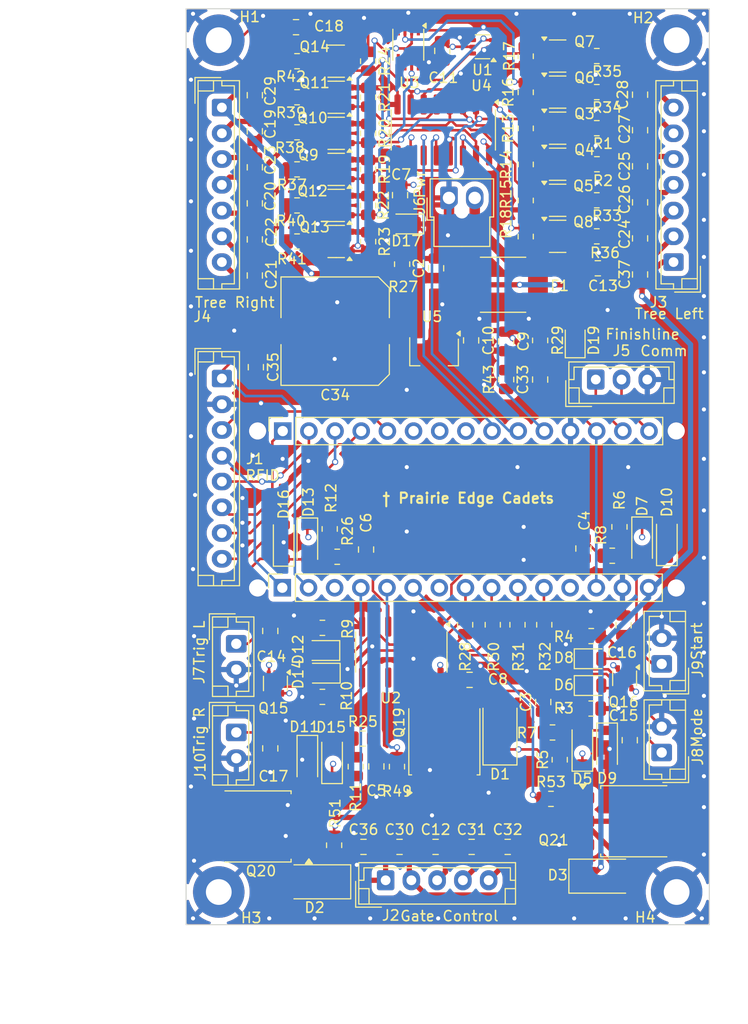
<source format=kicad_pcb>
(kicad_pcb (version 20241229) (generator "pcbnew") (generator_version "9.0")
  (title_block (date "sam. 04 avril 2015"))
  (layers (0 "F.Cu" jumper) (4 "In1.Cu" power) (6 "In2.Cu" power) (2 "B.Cu" signal) (13 "F.Paste" user) (15 "B.Paste" user) (5 "F.SilkS" user "F.Silkscreen") (7 "B.SilkS" user "B.Silkscreen") (1 "F.Mask" user) (3 "B.Mask" user) (25 "Edge.Cuts" user))
  (net 0 "")
  (net 1 "GND")
  (net 2 "/~{RESET}")
  (net 3 "+5V")
  (net 4 "/A3")
  (net 5 "/A2")
  (net 6 "/A1")
  (net 7 "/A0")
  (net 8 "/AREF")
  (net 9 "/A7")
  (net 10 "/A6")
  (net 11 "/A5{slash}SCL")
  (net 12 "/A4{slash}SDA")
  (net 13 "/D13{slash}SCK")
  (net 14 "/*D11{slash}MOSI")
  (net 15 "/D12{slash}MISO")
  (net 16 "Net-(C3-Pad1)")
  (net 17 "Net-(C4-Pad1)")
  (net 18 "Net-(C5-Pad1)")
  (net 19 "Net-(C6-Pad1)")
  (net 20 "+12V")
  (net 21 "/*D5")
  (net 22 "Net-(D17-A)")
  (net 23 "Net-(D19-A)")
  (net 24 "/*D6")
  (net 25 "/Button_Debounce/Mode_Raw")
  (net 26 "Net-(D6-K)")
  (net 27 "/Button_Debounce/TrigS_Raw")
  (net 28 "Net-(D8-K)")
  (net 29 "/Button_Debounce/TrigR_Raw")
  (net 30 "Net-(D12-K)")
  (net 31 "/Button_Debounce/TrigL_Raw")
  (net 32 "Net-(D14-K)")
  (net 33 "/*D3")
  (net 34 "/D8")
  (net 35 "/D0{slash}RX")
  (net 36 "/*D10{slash}SS")
  (net 37 "/D7")
  (net 38 "/*D9")
  (net 39 "/D4")
  (net 40 "/D2")
  (net 41 "/D1{slash}TX")
  (net 42 "/Light_Control/Light_Y3_Right")
  (net 43 "/Light_Control/Light_B_Right")
  (net 44 "/Light_Control/Light_Y1_Right")
  (net 45 "/Light_Control/Light_Y2_Right")
  (net 46 "/Light_Control/Light_R_Right")
  (net 47 "/Light_Control/Light_G_Right")
  (net 48 "/Light_Control/Light_B_Left")
  (net 49 "/Light_Control/Light_Y3_Left")
  (net 50 "/Light_Control/Light_Y1_Left")
  (net 51 "/Light_Control/Light_Y2_Left")
  (net 52 "/Light_Control/Light_G_Left")
  (net 53 "/Light_Control/Light_R_Left")
  (net 54 "/Light_Control/Yellow 1")
  (net 55 "/Light_Control/Yellow 2")
  (net 56 "/Light_Control/Yellow 3")
  (net 57 "/Light_Control/Green L")
  (net 58 "/Light_Control/Red L")
  (net 59 "/Light_Control/Blue L")
  (net 60 "/Light_Control/Green R")
  (net 61 "/Light_Control/Red R")
  (net 62 "/Light_Control/Blue R")
  (net 63 "/Light_Control/~RedR")
  (net 64 "/Light_Control/~RedL")
  (net 66 "/Light_Control/Go")
  (net 68 "/Gate_Control/Gate Reset Rtn")
  (net 69 "/+5VDC")
  (net 70 "+3.3V")
  (net 71 "Net-(D6-A)")
  (net 72 "Net-(D8-A)")
  (net 73 "Net-(D12-A)")
  (net 74 "Net-(D14-A)")
  (net 75 "Net-(Q15A-B1)")
  (net 76 "Net-(Q15B-B1)")
  (net 77 "Net-(Q16A-B1)")
  (net 78 "Net-(Q16B-B1)")
  (net 79 "Net-(Q3-D)")
  (net 80 "Net-(Q4-D)")
  (net 81 "Net-(Q5-D)")
  (net 82 "Net-(Q6-D)")
  (net 83 "Net-(Q7-D)")
  (net 84 "Net-(Q8-D)")
  (net 85 "Net-(Q9-D)")
  (net 86 "Net-(Q10-D)")
  (net 87 "Net-(Q11-D)")
  (net 88 "Net-(Q12-D)")
  (net 89 "Net-(Q13-D)")
  (net 90 "Net-(Q14-D)")
  (net 91 "/Gate_Control/Gate R Rtn")
  (net 92 "/Gate_Control/Gate L Rtn")
  (net 93 "Net-(Q21-G)")
  (net 95 "Net-(Q19-G)")
  (net 96 "Net-(Q20-G)")
  (net 97 "/Power/+12VDC")
  (footprint "Resistor_SMD:R_0805_2012Metric" (layer "F.Cu") (at 112 58.1 90)
    (property "Reference" "R19")
    (property "Value" "10k")
  )
  (footprint "Capacitor_SMD:C_0805_2012Metric" (layer "F.Cu") (at 118.55 123.86)
    (property "Reference" "C12")
    (property "Value" "10nF")
  )
  (footprint "Capacitor_SMD:C_0805_2012Metric" (layer "F.Cu") (at 118.6 67.7 90)
    (property "Reference" "C2")
    (property "Value" "10nF")
  )
  (footprint "Diode_SMD:D_SMA" (layer "F.Cu") (at 106.8 127.25 180)
    (property "Reference" "D2")
    (property "Value" "US1G")
  )
  (footprint "Capacitor_SMD:C_0805_2012Metric" (layer "F.Cu") (at 128.7 78.5 90)
    (property "Reference" "C33")
    (property "Value" "10uF")
  )
  (footprint "Package_TO_SOT_SMD:SOT-23-3" (layer "F.Cu") (at 108.9 61.6 180)
    (property "Reference" "Q12")
    (property "Value" "DMG3402L")
  )
  (footprint "Connector_JST:JST_EH_B8B-EH-A_1x08_P2.50mm_Vertical" (layer "F.Cu") (at 97.8 78.4 -90)
    (property "Reference" "J1")
    (property "Value" "RFID L & R")
  )
  (footprint "Capacitor_SMD:C_0805_2012Metric" (layer "F.Cu") (at 115.1 60.6 -90)
    (property "Reference" "C7")
    (property "Value" "10nF")
  )
  (footprint "Connector_JST:JST_EH_B7B-EH-A_1x07_P2.50mm_Vertical" (layer "F.Cu") (at 97.8 52.1 -90)
    (property "Reference" "J4")
    (property "Value" "Tree Right")
  )
  (footprint "Package_TO_SOT_SMD:SOT-23-3" (layer "F.Cu") (at 130.4 57.6)
    (property "Reference" "Q4")
    (property "Value" "DMG3402L")
  )
  (footprint "Connector_JST:JST_EH_B7B-EH-A_1x07_P2.50mm_Vertical" (layer "F.Cu") (at 141.64984 67.1 90)
    (property "Reference" "J3")
    (property "Value" "Tree Left")
  )
  (footprint "Fuse:Fuse_2920_7451Metric" (layer "F.Cu") (at 125.1 69.3)
    (property "Reference" "F1")
    (property "Value" "2920L500/16MR")
  )
  (footprint "Resistor_SMD:R_0805_2012Metric" (layer "F.Cu") (at 124.1 102.3 90)
    (property "Reference" "R30")
    (property "Value" "100")
  )
  (footprint "Resistor_SMD:R_0805_2012Metric" (layer "F.Cu") (at 128.7 74.7 90)
    (property "Reference" "R29")
    (property "Value" "200")
  )
  (footprint "Capacitor_SMD:C_0805_2012Metric" (layer "F.Cu") (at 138.4 57.8 90)
    (property "Reference" "C25")
    (property "Value" "10nF")
  )
  (footprint "Resistor_SMD:R_0805_2012Metric" (layer "F.Cu") (at 136.4 92.8 -90)
    (property "Reference" "R6")
    (property "Value" "100")
  )
  (footprint "Package_TO_SOT_SMD:SOT-363_SC-70-6" (layer "F.Cu") (at 103 108 -90)
    (property "Reference" "Q15")
    (property "Value" "DDC114YU-7-F")
  )
  (footprint "Capacitor_SMD:C_0805_2012Metric" (layer "F.Cu") (at 112.8 116.05 -90)
    (property "Reference" "C5")
    (property "Value" "0.1u")
  )
  (footprint "Capacitor_SMD:C_0805_2012Metric" (layer "F.Cu") (at 121.85 107.65)
    (property "Reference" "C8")
    (property "Value" "10nF")
  )
  (footprint "Arduino_MountingHole:MountingHole_65mil" (layer "F.Cu") (at 101.27 83.49)
    (property "Reference" "MH2" (hide yes))
    (property "Value" "MountingHole_65mil" (hide yes))
  )
  (footprint "Capacitor_SMD:C_0805_2012Metric" (layer "F.Cu") (at 101 61.4 -90)
    (property "Reference" "C20")
    (property "Value" "10nF")
  )
  (footprint "Resistor_SMD:R_0805_2012Metric" (layer "F.Cu") (at 127.3 50.62 -90)
    (property "Reference" "R16")
    (property "Value" "10k")
  )
  (footprint "Capacitor_SMD:C_0805_2012Metric" (layer "F.Cu") (at 138.4 68.3 90)
    (property "Reference" "C37")
    (property "Value" "10nF")
  )
  (footprint "Diode_SMD:D_SOD-123" (layer "F.Cu") (at 135.2 114.2 -90)
    (property "Reference" "D9")
    (property "Value" "1N4148W")
  )
  (footprint "Capacitor_SMD:C_0805_2012Metric" (layer "F.Cu") (at 136.8 102.35 90)
    (property "Reference" "C16")
    (property "Value" "10nF")
  )
  (footprint "Resistor_SMD:R_0805_2012Metric" (layer "F.Cu") (at 134.2 50.6 180)
    (property "Reference" "R34")
    (property "Value" "0")
  )
  (footprint "Package_TO_SOT_SMD:SOT-23-3" (layer "F.Cu") (at 108.9 51.1 180)
    (property "Reference" "Q11")
    (property "Value" "DMG3402L")
  )
  (footprint "Diode_SMD:D_SMA" (layer "F.Cu") (at 135 126.7)
    (property "Reference" "D3")
    (property "Value" "US1G")
  )
  (footprint "Resistor_SMD:R_0805_2012Metric" (layer "F.Cu") (at 112 65.1125 90)
    (property "Reference" "R23")
    (property "Value" "10k")
  )
  (footprint "LED_SMD:LED_0805_2012Metric" (layer "F.Cu") (at 133.7 108.2)
    (property "Reference" "D6")
    (property "Value" "Amber")
  )
  (footprint "Capacitor_SMD:C_0805_2012Metric" (layer "F.Cu") (at 102.5 114.3 -90)
    (property "Reference" "C17")
    (property "Value" "10nF")
  )
  (footprint "LED_SMD:LED_0805_2012Metric" (layer "F.Cu") (at 107.6 107 180)
    (property "Reference" "D14")
    (property "Value" "Amber")
  )
  (footprint "Capacitor_SMD:C_0805_2012Metric" (layer "F.Cu") (at 125.4 74.8 -90)
    (property "Reference" "C9")
    (property "Value" "10uF")
  )
  (footprint "Capacitor_SMD:C_0805_2012Metric" (layer "F.Cu") (at 111.8 95 90)
    (property "Reference" "C6")
    (property "Value" "0.1u")
  )
  (footprint "Resistor_SMD:R_0805_2012Metric" (layer "F.Cu") (at 127.3 54.12 -90)
    (property "Reference" "R13")
    (property "Value" "10k")
  )
  (footprint "Package_TO_SOT_SMD:TO-252-3_TabPin2" (layer "F.Cu") (at 137.89 121.3725)
    (property "Reference" "Q21")
    (property "Value" "IPD50N06S409ATMA2")
  )
  (footprint "Capacitor_SMD:C_0805_2012Metric" (layer "F.Cu") (at 115.05 123.86)
    (property "Reference" "C30")
    (property "Value" "10nF")
  )
  (footprint "Diode_SMD:D_SOD-123" (layer "F.Cu") (at 141 94.2 90)
    (property "Reference" "D10")
    (property "Value" "1N4148W")
  )
  (footprint "Package_TO_SOT_SMD:SOT-363_SC-70-6" (layer "F.Cu") (at 136.9 107.5 -90)
    (property "Reference" "Q16")
    (property "Value" "DDC114YU-7-F")
  )
  (footprint "Package_SO:SSOP-8_2.95x2.8mm_P0.65mm" (layer "F.Cu") (at 115.9 46 -90)
    (property "Reference" "U3")
    (property "Value" "74LVC2G08")
  )
  (footprint "Resistor_SMD:R_0805_2012Metric" (layer "F.Cu") (at 126.5 102.3 90)
    (property "Reference" "R31")
    (property "Value" "100")
  )
  (footprint "Diode_SMD:D_SOD-123" (layer "F.Cu") (at 132.8 114.155 90)
    (property "Reference" "D5")
    (property "Value" "1N4148W")
  )
  (footprint "Package_TO_SOT_SMD:SOT-23-3" (layer "F.Cu") (at 108.9 65.1 180)
    (property "Reference" "Q13")
    (property "Value" "DMG3402L")
  )
  (footprint "Resistor_SMD:R_0805_2012Metric" (layer "F.Cu") (at 114.8 116.07 -90)
    (property "Reference" "R49")
    (property "Value" "100")
  )
  (footprint "Resistor_SMD:R_0805_2012Metric" (layer "F.Cu") (at 110.8 116.07 90)
    (property "Reference" "R11")
    (property "Value" "100")
  )
  (footprint "Resistor_SMD:R_0805_2012Metric" (layer "F.Cu") (at 134.2125 57.6 180)
    (property "Reference" "R2")
    (property "Value" "0")
  )
  (footprint "Package_TO_SOT_SMD:SOT-23-3" (layer "F.Cu") (at 130.4 64.6)
    (property "Reference" "Q8")
    (property "Value" "DMG3402L")
  )
  (footprint "Connector_PinSocket_2.54mm:PinSocket_1x15_P2.54mm_Vertical" (layer "F.Cu") (at 103.71 83.5 90)
    (property "Reference" "J13" (hide yes))
    (property "Value" "Digital")
  )
  (footprint "Resistor_SMD:R_0805_2012Metric" (layer "F.Cu") (at 127.3 57.62 -90)
    (property "Reference" "R14")
    (property "Value" "10k")
  )
  (footprint "Capacitor_SMD:C_0805_2012Metric" (layer "F.Cu") (at 132.9 94.9 -90)
    (property "Reference" "C4")
    (property "Value" "0.1u")
  )
  (footprint "Resistor_SMD:R_0805_2012Metric" (layer "F.Cu") (at 112 54.6 90)
    (property "Reference" "R20")
    (property "Value" "10k")
  )
  (footprint "Resistor_SMD:R_0805_2012Metric" (layer "F.Cu") (at 129.75 119.2)
    (property "Reference" "R53")
    (property "Value" "100")
  )
  (footprint "Resistor_SMD:R_0805_2012Metric" (layer "F.Cu") (at 105.1 65.1 180)
    (property "Reference" "R41")
    (property "Value" "0")
  )
  (footprint "Connector_JST:JST_EH_B5B-EH-A_1x05_P2.50mm_Vertical" (layer "F.Cu") (at 113.7 127.1)
    (property "Reference" "J2")
    (property "Value" "Gate_Control")
  )
  (footprint "Connector_JST:JST_EH_B3B-EH-A_1x03_P2.50mm_Vertical" (layer "F.Cu") (at 134.1 78.5)
    (property "Reference" "J5")
    (property "Value" "Comm")
  )
  (footprint "Capacitor_SMD:C_0805_2012Metric" (layer "F.Cu") (at 122 74.7 -90)
    (property "Reference" "C10")
    (property "Value" "10nF")
  )
  (footprint "Resistor_SMD:R_0805_2012Metric" (layer "F.Cu") (at 111.4875 113.35)
    (property "Reference" "R25")
    (property "Value" "10k")
  )
  (footprint "Capacitor_SMD:C_0805_2012Metric" (layer "F.Cu") (at 129 109.8 90)
    (property "Reference" "C3")
    (property "Value" "0.1u")
  )
  (footprint "Arduino_MountingHole:MountingHole_65mil" (layer "F.Cu") (at 141.91 98.73)
    (property "Reference" "MH4" (hide yes))
    (property "Value" "MountingHole_65mil" (hide yes))
  )
  (footprint "Resistor_SMD:R_0805_2012Metric" (layer "F.Cu") (at 105.1 58.1 180)
    (property "Reference" "R37")
    (property "Value" "0")
  )
  (footprint "Capacitor_SMD:C_0805_2012Metric" (layer "F.Cu") (at 134.3 67.7 180)
    (property "Reference" "C13")
    (property "Value" "10nF")
  )
  (footprint "MountingHole:MountingHole_2.5mm_Pad" (layer "F.Cu") (at 141.94984 45.563)
    (property "Reference" "H2")
    (property "Value" "MountingHole_Pad")
  )
  (footprint "Capacitor_SMD:C_0805_2012Metric" (layer "F.Cu") (at 138.4 61.3 90)
    (property "Reference" "C26")
    (property "Value" "10nF")
  )
  (footprint "Capacitor_SMD:C_0805_2012Metric" (layer "F.Cu") (at 138.4 64.8 90)
    (property "Reference" "C24")
    (property "Value" "10nF")
  )
  (footprint "Resistor_SMD:R_0805_2012Metric" (layer "F.Cu") (at 135.7 95.6 180)
    (property "Reference" "R8")
    (property "Value" "10k")
  )
  (footprint "Diode_SMD:D_SOD-123" (layer "F.Cu") (at 106.1 94.3 -90)
    (property "Reference" "D13")
    (property "Value" "1N4148W")
  )
  (footprint "Resistor_SMD:R_0805_2012Metric" (layer "F.Cu") (at 107.56 109.3 180)
    (property "Reference" "R10")
    (property "Value" "200")
  )
  (footprint "Resistor_SMD:R_0805_2012Metric" (layer "F.Cu") (at 134.2 47.1 180)
    (property "Reference" "R35")
    (property "Value" "0")
  )
  (footprint "Resistor_SMD:R_0805_2012Metric" (layer "F.Cu") (at 130.6 115.4 90)
    (property "Reference" "R5")
    (property "Value" "100")
  )
  (footprint "Package_SO:SOIC-14_3.9x8.7mm_P1.27mm" (layer "F.Cu") (at 115.2225 104.95 -90)
    (property "Reference" "U2")
    (property "Value" "74HC7014")
  )
  (footprint "Resistor_SMD:R_0805_2012Metric" (layer "F.Cu") (at 127.3 61.12 -90)
    (property "Reference" "R15")
    (property "Value" "10k")
  )
  (footprint "Capacitor_SMD:C_0805_2012Metric" (layer "F.Cu") (at 101 50.9 -90)
    (property "Reference" "C29")
    (property "Value" "10nF")
  )
  (footprint "LED_SMD:LED_0805_2012Metric" (layer "F.Cu") (at 107.56 104.8 180)
    (property "Reference" "D12")
    (property "Value" "Amber")
  )
  (footprint "LED_SMD:LED_0805_2012Metric" (layer "F.Cu") (at 115.7 63.4 180)
    (property "Reference" "D17")
    (property "Value" "Green")
  )
  (footprint "Capacitor_SMD:C_0805_2012Metric" (layer "F.Cu") (at 101 57.9 -90)
    (property "Reference" "C23")
    (property "Value" "10nF")
  )
  (footprint "Resistor_SMD:R_0805_2012Metric" (layer "F.Cu") (at 115.3 67.3 -90)
    (property "Reference" "R27")
    (property "Value" "560")
  )
  (footprint "Package_TO_SOT_SMD:SOT-23-3" (layer "F.Cu") (at 130.4 54.1)
    (property "Reference" "Q3")
    (property "Value" "DMG3402L")
  )
  (footprint "Package_TO_SOT_SMD:SOT-23-3" (layer "F.Cu") (at 108.9 47.6 180)
    (property "Reference" "Q14")
    (property "Value" "DMG3402L")
  )
  (footprint "Capacitor_SMD:C_0805_2012Metric" (layer "F.Cu") (at 125.55 123.86)
    (property "Reference" "C32")
    (property "Value" "10nF")
  )
  (footprint "Capacitor_SMD:C_0805_2012Metric" (layer "F.Cu") (at 137.4 113.505 -90)
    (property "Reference" "C15")
    (property "Value" "10nF")
  )
  (footprint "Resistor_SMD:R_0805_2012Metric" (layer "F.Cu") (at 121.42 102.3 90)
    (property "Reference" "R28")
    (property "Value" "100")
  )
  (footprint "Capacitor_SMD:C_0805_2012Metric" (layer "F.Cu") (at 101 68.4 -90)
    (property "Reference" "C21")
    (property "Value" "10nF")
  )
  (footprint "Capacitor_SMD:C_Elec_10x10.2" (layer "F.Cu") (at 108.8 73.8 180)
    (property "Reference" "C34")
    (property "Value" "1000uF")
  )
  (footprint "Resistor_SMD:R_0805_2012Metric" (layer "F.Cu") (at 105.1 61.6 180)
    (property "Reference" "R40")
    (property "Value" "0")
  )
  (footprint "Package_TO_SOT_SMD:SOT-23-3" (layer "F.Cu") (at 130.4 50.6)
    (property "Reference" "Q6")
    (property "Value" "DMG3402L")
  )
  (footprint "Resistor_SMD:R_0805_2012Metric" (layer "F.Cu") (at 134.2 64.6 180)
    (property "Reference" "R36")
    (property "Value" "0")
  )
  (footprint "Arduino_MountingHole:MountingHole_65mil" (layer "F.Cu") (at 101.27 98.73)
    (property "Reference" "MH1" (hide yes))
    (property "Value" "MountingHole_65mil" (hide yes))
  )
  (footprint "Diode_SMD:D_SOD-123" (layer "F.Cu") (at 103.8 94.255 90)
    (property "Reference" "D16")
    (property "Value" "1N4148W")
  )
  (footprint "Package_TO_SOT_SMD:SOT-363_SC-70-6" (layer "F.Cu") (at 123.1 46.2 180)
    (property "Reference" "U1")
    (property "Value" "74LVC2G14")
  )
  (footprint "Package_TO_SOT_SMD:TO-252-3_TabPin2" (layer "F.Cu") (at 119.4 113.56 90)
    (property "Reference" "Q19")
    (property "Value" "IPD50N06S409ATMA2")
  )
  (footprint "Resistor_SMD:R_0805_2012Metric" (layer "F.Cu") (at 133.66 103.4)
    (property "Reference" "R4")
    (property "Value" "200")
  )
  (footprint "Resistor_SMD:R_0805_2012Metric" (layer "F.Cu") (at 108.7 123.7 -90)
    (property "Reference" "R51")
    (property "Value" "100")
  )
  (footprint "Capacitor_SMD:C_0805_2012Metric" (layer "F.Cu") (at 122.05 123.86)
    (property "Reference" "C31")
    (property "Value" "10nF")
  )
  (footprint "Capacitor_SMD:C_0805_2012Metric" (layer "F.Cu") (at 111.55 123.86)
    (property "Reference" "C36")
    (property "Value" "10nF")
  )
  (footprint "Package_TO_SOT_SMD:SOT-23-3" (layer "F.Cu") (at 130.4 61.1)
    (property "Reference" "Q5")
    (property "Value" "DMG3402L")
  )
  (footprint "Resistor_SMD:R_0805_2012Metric" (layer "F.Cu") (at 112 51.1 90)
    (property "Reference" "R21")
    (property "Value" "10k")
  )
  (footprint "Resistor_SMD:R_0805_2012Metric" (layer "F.Cu") (at 129.1 102.3 90)
    (property "Reference" "R32")
    (property "Value" "100")
  )
  (footprint "Connector_JST:JST_EH_B2B-EH-A_1x02_P2.50mm_Vertical" (layer "F.Cu") (at 140.5 106.1 90)
    (property "Reference" "J9")
    (property "Value" "Trig Start")
  )
  (footprint "Resistor_SMD:R_0805_2012Metric" (layer "F.Cu") (at 134.2 61.1 180)
    (property "Reference" "R33")
    (property "Value" "0")
  )
  (footprint "Resistor_SMD:R_0805_2012Metric" (layer "F.Cu") (at 129.9 112.755 180)
    (property "Reference" "R7")
    (property "Value" "10k")
  )
  (footprint "Resistor_SMD:R_0805_2012Metric" (layer "F.Cu") (at 105.1 54.5 180)
    (property "Reference" "R38")
    (property "Value" "0")
  )
  (footprint "Resistor_SMD:R_0805_2012Metric" (layer "F.Cu") (at 105.1 47.6 180)
    (property "Reference" "R42")
    (property "Value" "0")
  )
  (footprint "Package_TO_SOT_SMD:TO-252-3_TabPin2" (layer "F.Cu") (at 101.21 121.8775 180)
    (property "Reference" "Q20")
    (property "Value" "IPD50N06S409ATMA2")
  )
  (footprint "Package_TO_SOT_SMD:SOT-23-3" (layer "F.Cu") (at 130.4 47.1)
    (property "Reference" "Q7")
    (property "Value" "DMG3402L")
  )
  (footprint "Package_SO:SOIC-16_3.9x9.9mm_P1.27mm" (layer "F.Cu") (at 119.3 54.275 -90)
    (property "Reference" "U4")
    (property "Value" "74HC595")
  )
  (footprint "LED_SMD:LED_0805_2012Metric" (layer "F.Cu") (at 133.7 105.6)
    (property "Reference" "D8")
    (property "Value" "Amber")
  )
  (footprint "Connector_Molex:Molex_Nano-Fit_105309-xx02_1x02_P2.50mm_Vertical" (layer "F.Cu") (at 119.85 60.87 90)
    (property "Reference" "J6")
    (property "Value" "Power In")
  )
  (footprint "Resistor_SMD:R_0805_2012Metric" (layer "F.Cu") (at 112 47.6 90)
    (property "Reference" "R24")
    (property "Value" "10k")
  )
  (footprint "Diode_SMD:D_SOD-123" (layer "F.Cu") (at 106.1 115.4 -90)
    (property "Reference" "D15")
    (property "Value" "1N4148W")
  )
  (footprint "Resistor_SMD:R_0805_2012Metric" (layer "F.Cu") (at 105.1 51.1 180)
    (property "Reference" "R39")
    (property "Value" "0")
  )
  (footprint "Capacitor_SMD:C_0805_2012Metric" (layer "F.Cu") (at 101 64.9 -90)
    (property "Reference" "C22")
    (property "Value" "10nF")
  )
  (footprint "Resistor_SMD:R_0805_2012Metric" (layer "F.Cu") (at 108.27 93 -90)
    (property "Reference" "R12")
    (property "Value" "100")
  )
  (footprint "Connector_JST:JST_EH_B2B-EH-A_1x02_P2.50mm_Vertical" (layer "F.Cu") (at 99.2 112.75 -90)
    (property "Reference" "J10")
    (property "Value" "Trig Right")
  )
  (footprint "Diode_SMD:D_SOD-123" (layer "F.Cu") (at 108.5 115.355 90)
    (property "Reference" "D11")
    (property "Value" "1N4148W")
  )
  (footprint "Package_TO_SOT_SMD:SOT-89-3" (layer "F.Cu") (at 118.4 75.8 -90)
    (property "Reference" "U5")
    (property "Value" "L78L05_SOT89")
  )
  (footprint "Capacitor_SMD:C_0805_2012Metric" (layer "F.Cu") (at 102.5 102.9 -90)
    (property "Reference" "C14")
    (property "Value" "10nF")
  )
  (footprint "Capacitor_SMD:C_0805_2012Metric" (layer "F.Cu") (at 101.1 77.3 -90)
    (property "Reference" "C35")
    (property "Value" "0.1uF")
  )
  (footprint "Arduino_MountingHole:MountingHole_65mil" (layer "F.Cu") (at 141.91 83.49)
    (property "Reference" "MH3" (hide yes))
    (property "Value" "MountingHole_65mil" (hide yes))
  )
  (footprint "Connector_JST:JST_EH_B2B-EH-A_1x02_P2.50mm_Vertical" (layer "F.Cu") (at 99.2 104.15 -90)
    (property "Reference" "J7")
    (property "Value" "Trig Left")
  )
  (footprint "Resistor_SMD:R_0805_2012Metric" (layer "F.Cu") (at 127.3 47.12 -90)
    (property "Reference" "R17")
    (property "Value" "10k")
  )
  (footprint "Package_TO_SOT_SMD:SOT-23-3" (layer "F.Cu") (at 108.9 54.6 180)
    (property "Reference" "Q10")
    (property "Value" "DMG3402L")
  )
  (footprint "Capacitor_SMD:C_0805_2012Metric" (layer "F.Cu") (at 119.2 46.6 -90)
    (property "Reference" "C11")
    (property "Value" "10nF")
  )
  (footprint "MountingHole:MountingHole_2.5mm_Pad" (layer "F.Cu") (at 141.94984 128.24)
    (property "Reference" "H4")
    (property "Value" "MountingHole_Pad")
  )
  (footprint "MountingHole:MountingHole_2.5mm_Pad" (layer "F.Cu") (at 97.5 128.24)
    (property "Reference" "H3")
    (property "Value" "MountingHole_Pad")
  )
  (footprint "Capacitor_SMD:C_0805_2012Metric" (layer "F.Cu") (at 138.4 50.85 90)
    (property "Reference" "C28")
    (property "Value" "10nF")
  )
  (footprint "Diode_SMD:D_SMA" (layer "F.Cu") (at 124.8 112.4 90)
    (property "Reference" "D1")
    (property "Value" "US1G")
  )
  (footprint "Capacitor_SMD:C_0805_2012Metric" (layer "F.Cu") (at 101 54.4 -90)
    (property "Reference" "C19")
    (property "Value" "10nF")
  )
  (footprint "Connector_PinSocket_2.54mm:PinSocket_1x15_P2.54mm_Vertical" (layer "F.Cu") (at 103.67 98.705 90)
    (property "Reference" "J12" (hide yes))
    (property "Value" "Analog")
  )
  (footprint "Connector_JST:JST_EH_B2B-EH-A_1x02_P2.50mm_Vertical" (layer "F.Cu") (at 140.5 114.7 90)
    (property "Reference" "J8")
    (property "Value" "Mode")
  )
  (footprint "Package_TO_SOT_SMD:SOT-23-3" (layer "F.Cu") (at 108.9 58.1 180)
    (property "Reference" "Q9")
    (property "Value" "DMG3402L")
  )
  (footprint "Resistor_SMD:R_0805_2012Metric" (layer "F.Cu") (at 109 95.7)
    (property "Reference" "R26")
    (property "Value" "10k")
  )
  (footprint "Diode_SMD:D_SOD-123" (layer "F.Cu") (at 138.6 94.2 -90)
    (property "Reference" "D7")
    (property "Value" "1N4148W")
  )
  (footprint "Resistor_SMD:R_0805_2012Metric" (layer "F.Cu") (at 107.56 102.6 180)
    (property "Reference" "R9")
    (property "Value" "200")
  )
  (footprint "Resistor_SMD:R_0805_2012Metric" (layer "F.Cu") (at 127.3 64.62 -90)
    (property "Reference" "R18")
    (property "Value" "10k")
  )
  (footprint "Capacitor_SMD:C_0805_2012Metric" (layer "F.Cu") (at 105 44.3)
    (property "Reference" "C18")
    (property "Value" "10nF")
  )
  (footprint "Resistor_SMD:R_0805_2012Metric" (layer "F.Cu") (at 134.2 54.1 180)
    (property "Reference" "R1")
    (property "Value" "0")
  )
  (footprint "Resistor_SMD:R_0805_2012Metric" (layer "F.Cu") (at 133.66 110.433333)
    (property "Reference" "R3")
    (property "Value" "200")
  )
  (footprint "LED_SMD:LED_0805_2012Metric" (layer "F.Cu") (at 132.1 74.7 90)
    (property "Reference" "D19")
    (property "Value" "Green")
  )
  (footprint "Resistor_SMD:R_0805_2012Metric" (layer "F.Cu") (at 112 61.6 90)
    (property "Reference" "R22")
    (property "Value" "10k")
  )
  (footprint "Capacitor_SMD:C_0805_2012Metric" (layer "F.Cu") (at 138.4 54.3 90)
    (property "Reference" "C27")
    (property "Value" "10nF")
  )
  (footprint "MountingHole:MountingHole_2.5mm_Pad" (layer "F.Cu") (at 97.5 45.563)
    (property "Reference" "H1")
    (property "Value" "MountingHole_Pad")
  )
  (footprint "Resistor_SMD:R_0805_2012Metric" (layer "F.Cu") (at 125.4 78.5 90)
    (property "Reference" "R43")
    (property "Value" "10k")
  )
  (gr_rect (start 94.325 42.51) (end 145.125 131.41) (stroke (width 0.1)) (fill no) (layer "Edge.Cuts"))
  (gr_text "Finishline \nComm" (at 143.1 76.3 0) (layer "F.SilkS") (effects (font (size 1 1)) (justify right bottom)))
  (gr_text "Mode" (at 144.5 110.3 90) (layer "F.SilkS") (effects (font (size 1 1)) (justify right bottom)))
  (gr_text "† Prairie Edge Cadets" (at 113.2 90.6 0) (layer "F.SilkS") (effects (font (size 1 1) (thickness 0.2) (bold yes)) (justify left bottom)))
  (gr_text "Tree Left" (at 137.8 72.7 0) (layer "F.SilkS") (effects (font (size 1 1)) (justify left bottom)))
  (gr_text "Gate Control" (at 124.75 131.16 0) (layer "F.SilkS") (effects (font (size 1 1)) (justify right bottom)))
  (gr_text "Start" (at 144.5 102 90) (layer "F.SilkS") (effects (font (size 1 1)) (justify right bottom)))
  (gr_text "Trig R" (at 96.2 110.2 90) (layer "F.SilkS") (effects (font (size 1 1)) (justify right bottom)))
  (gr_text "RFID" (at 100 88.4 0) (layer "F.SilkS") (effects (font (size 1 1)) (justify left bottom)))
  (gr_text "Pwr" (at 117.6 61 90) (layer "F.SilkS") (effects (font (size 1 1)) (justify left bottom)))
  (gr_text "Tree Right" (at 95.1 71.6 0) (layer "F.SilkS") (effects (font (size 1 1)) (justify left bottom)))
  (gr_text "Trig L" (at 96.2 101.8 90) (layer "F.SilkS") (effects (font (size 1 1)) (justify right bottom)))
  (segment (start 112 50.1875) (end 110.075 50.1875) (width 0.25) (layer "F.Cu") (net 1))
  (segment (start 127.3 55.0325) (end 129.245 55.0325) (width 0.25) (layer "F.Cu") (net 1))
  (segment (start 110.5115 101.574) (end 107.6735 101.574) (width 0.25) (layer "F.Cu") (net 1))
  (segment (start 126.8 106.2) (end 127.4 106.8) (width 0.25) (layer "F.Cu") (net 1))
  (segment (start 105.95 44.3) (end 105.95 43.45) (width 0.25) (layer "F.Cu") (net 1))
  (segment (start 136.8 101.4) (end 136.8 98.815) (width 0.25) (layer "F.Cu") (net 1))
  (segment (start 114.95 94.05) (end 115.75 93.25) (width 0.25) (layer "F.Cu") (net 1))
  (segment (start 117.9 47.7) (end 119.05 47.7) (width 0.25) (layer "F.Cu") (net 1))
  (segment (start 119.17 61.55) (end 119.85 60.87) (width 0.25) (layer "F.Cu") (net 1))
  (segment (start 110.075 60.6875) (end 110.0375 60.65) (width 0.25) (layer "F.Cu") (net 1))
  (segment (start 122 75.65) (end 120.0821 75.65) (width 0.508) (layer "F.Cu") (net 1))
  (segment (start 129.245 51.5325) (end 129.2625 51.55) (width 0.25) (layer "F.Cu") (net 1))
  (segment (start 136.8 101.4) (end 134 101.4) (width 0.25) (layer "F.Cu") (net 1))
  (segment (start 106.25 119.5975) (end 104.4025 119.5975) (width 0.25) (layer "F.Cu") (net 1))
  (segment (start 112 46.6875) (end 110.075 46.6875) (width 0.25) (layer "F.Cu") (net 1))
  (segment (start 114.4875 50.1875) (end 112 50.1875) (width 0.25) (layer "F.Cu") (net 1))
  (segment (start 119.935 56.75) (end 119.935 55.26) (width 0.25) (layer "F.Cu") (net 1))
  (segment (start 113.7125 57.1875) (end 113.8 57.1) (width 0.25) (layer "F.Cu") (net 1))
  (segment (start 111.8 94.05) (end 114.95 94.05) (width 0.25) (layer "F.Cu") (net 1))
  (segment (start 115.1 61.55) (end 119.17 61.55) (width 0.508) (layer "F.Cu") (net 1))
  (segment (start 141.94984 128.24) (end 139.38984 130.8) (width 0.25) (layer "F.Cu") (net 1))
  (segment (start 99.05 73.8) (end 99 73.75) (width 0.25) (layer "F.Cu") (net 1))
  (segment (start 116.4 101) (end 116.4 101.015) (width 0.25) (layer "F.Cu") (net 1))
  (segment (start 117.7375 64.5) (end 119.75 64.5) (width 0.25) (layer "F.Cu") (net 1))
  (segment (start 130.5475 123.6525) (end 132.85 123.6525) (width 0.25) (layer "F.Cu") (net 1))
  (segment (start 110.0375 50.15) (end 109.2875 49.4) (width 0.25) (layer "F.Cu") (net 1))
  (segment (start 129.245 62.0325) (end 129.2625 62.05) (width 0.25) (layer "F.Cu") (net 1))
  (segment (start 140.5 103.6) (end 140.5 101.5) (width 0.25) (layer "F.Cu") (net 1))
  (segment (start 112 53.6875) (end 110.075 53.6875) (width 0.25) (layer "F.Cu") (net 1))
  (segment (start 118.6 66.75) (end 119.75 65.6) (width 1.016) (layer "F.Cu") (net 1))
  (segment (start 104.8 101.4) (end 105.4475 101.4) (width 0.25) (layer "F.Cu") (net 1))
  (segment (start 111.4125 102.475) (end 110.5115 101.574) (width 0.25) (layer "F.Cu") (net 1))
  (segment (start 123.7 118.6) (end 121.68 118.6) (width 0.25) (layer "F.Cu") (net 1))
  (segment (start 139.38984 130.8) (end 137 130.8) (width 0.25) (layer "F.Cu") (net 1))
  (segment (start 127.3 58.5325) (end 129.245 58.5325) (width 0.25) (layer "F.Cu") (net 1))
  (segment (start 95.1 125.84) (end 95.1 125.2) (width 0.25) (layer "F.Cu") (net 1))
  (segment (start 119.2 47.55) (end 119.75 47.55) (width 0.25) (layer "F.Cu") (net 1))
  (segment (start 129.245 48.0325) (end 129.2625 48.05) (width 0.25) (layer "F.Cu") (net 1))
  (segment (start 122 75.65) (end 125.3 75.65) (width 0.508) (layer "F.Cu") (net 1))
  (segment (start 105.4475 101.4) (end 106.6475 102.6) (width 0.25) (layer "F.Cu") (net 1))
  (segment (start 124.05 46.2) (end 123.596081 46.2) (width 0.25) (layer "F.Cu") (net 1))
  (segment (start 99.2 115.25) (end 102.5 115.25) (width 0.25) (layer "F.Cu") (net 1))
  (segment (start 107.6735 101.574) (end 106.6475 102.6) (width 0.25) (layer "F.Cu") (net 1))
  (segment (start 122.8 107.65) (end 122.8 106.4) (width 0.25) (layer "F.Cu") (net 1))
  (segment (start 101.5 80.9) (end 101.6 80.8) (width 0.25) (layer "F.Cu") (net 1))
  (segment (start 123 106.2) (end 126.8 106.2) (width 0.25) (layer "F.Cu") (net 1))
  (segment (start 119.75 64.5) (end 119.85 64.4) (width 0.25) (layer "F.Cu") (net 1))
  (segment (start 129.245 55.0325) (end 129.2625 55.05) (width 0.25) (layer "F.Cu") (net 1))
  (segment (start 120.0821 75.65) (end 118.4 73.9679) (width 0.508) (layer "F.Cu") (net 1))
  (segment (start 104.4 73.8) (end 99.05 73.8) (width 1.016) (layer "F.Cu") (net 1))
  (segment (start 141.94984 45.563) (end 139.38684 43) (width 0.25) (layer "F.Cu") (net 1))
  (segment (start 112 57.1875) (end 113.7125 57.1875) (width 0.25) (layer "F.Cu") (net 1))
  (segment (start 134 101.4) (end 133.6 101) (width 0.25) (layer "F.Cu") (net 1))
  (segment (start 97.8 80.9) (end 101.5 80.9) (width 0.25) (layer "F.Cu") (net 1))
  (segment (start 118.4 73.9375) (end 118.4 76.85) (width 0.508) (layer "F.Cu") (net 1))
  (segment (start 112 60.6875) (end 113.7125 60.6875) (width 0.25) (layer "F.Cu") (net 1))
  (segment (start 114.855 51.8) (end 114.855 50.555) (width 0.25) (layer "F.Cu") (net 1))
  (segment (start 119.935 55.26) (end 119.875 55.2) (width 0.25) (layer "F.Cu") (net 1))
  (segment (start 111.6 43.4) (end 112 43.8) (width 0.25) (layer "F.Cu") (net 1))
  (segment (start 106.25 119.5975) (end 106.25 117.2) (width 0.25) (layer "F.Cu") (net 1))
  (segment (start 135.1 103.4) (end 136.4 104.7) (width 0.25) (layer "F.Cu") (net 1))
  (segment (start 106.25 117.2) (end 106.1 117.05) (width 0.25) (layer "F.Cu") (net 1))
  (segment (start 136.266667 110.433333) (end 136.3 110.4) (width 0.25) (layer "F.Cu") (net 1))
  (segment (start 119.05 47.7) (end 119.2 47.55) (width 0.25) (layer "F.Cu") (net 1))
  (segment (start 136.8 98.815) (end 136.69 98.705) (width 0.25) (layer "F.Cu") (net 1))
  (segment (start 137.295 114.35) (end 137.4 114.455) (width 0.25) (layer "F.Cu") (net 1))
  (segment (start 116.4 101.015) (end 116.4925 101.1075) (width 0.25) (layer "F.Cu") (net 1))
  (segment (start 135.45 114.35) (end 137.295 114.35) (width 0.25) (layer "F.Cu") (net 1))
  (segment (start 119.75 65.6) (end 119.75 64.5) (width 1.016) (layer "F.Cu") (net 1))
  (segment (start 103.8 92.605) (end 103.8 94.3) (width 0.25) (layer "F.Cu") (net 1))
  (segment (start 127.3 62.0325) (end 129.245 62.0325) (width 0.25) (layer "F.Cu") (net 1))
  (segment (start 135.45 114.35) (end 135.2 114.6) (width 0.25) (layer "F.Cu") (net 1))
  (segment (start 99.437 45.563) (end 101.8 43.2) (width 0.25) (layer "F.Cu") (net 1))
  (segment (start 110.075 50.1875) (end 110.0375 50.15) (width 0.25) (layer "F.Cu") (net 1))
  (segment (start 112.8 117) (end 112.8 119) (width 0.25) (layer "F.Cu") (net 1))
  (segment (start 110.0375 53.65) (end 109.2875 52.9) (width 0.25) (layer "F.Cu") (net 1))
  (segment (start 138.7 110.4) (end 136.3 110.4) (width 0.25) (layer "F.Cu") (net 1))
  (segment (start 110.075 53.6875) (end 110.0375 53.65) (width 0.25) (layer "F.Cu") (net 1))
  (segment (start 119.85 64.4) (end 119.85 60.87) (width 1.016) (layer "F.Cu") (net 1))
  (segment (start 129.245 65.5325) (end 129.2625 65.55) (width 0.25) (layer "F.Cu") (net 1))
  (segment (start 134.5725 110.433333) (end 136.266667 110.433333) (width 0.25) (layer "F.Cu") (net 1))
  (segment (start 104.4025 119.5975) (end 104.2 119.8) (width 0.25) (layer "F.Cu") (net 1))
  (segment (start 122.9 106.3) (end 123 106.2) (width 0.25) (layer "F.Cu") (net 1))
  (segment (start 97.5 128.24) (end 95.1 125.84) (width 0.25) (layer "F.Cu") (net 1))
  (segment (start 127.3 51.5325) (end 129.245 51.5325) (width 0.25) (layer "F.Cu") (net 1))
  (segment (start 114.855 50.555) (end 114.65 50.35) (width 0.25) (layer "F.Cu") (net 1))
  (segment (start 127.3 65.5325) (end 129.245 65.5325) (width 0.25) (layer "F.Cu") (net 1))
  (segment (start 99.2 106.65) (end 99.2 108.2) (width 0.25) (layer "F.Cu") (net 1))
  (segment (start 122.8 106.4) (end 122.9 106.3) (width 0.25) (layer "F.Cu") (net 1))
  (segment (start 112.5 44.3) (end 114.925 44.3) (width 0.25) (layer "F.Cu") (net 1))
  (segment (start 134.5725 103.4) (end 134.5725 101.9725) (width 0.25) (layer "F.Cu") (net 1))
  (segment (start 114.65 50.35) (end 114.4875 50.1875) (width 0.25) (layer "F.Cu") (net 1))
  (segment (start 112 60.6875) (end 110.075 60.6875) (width 0.25) (layer "F.Cu") (net 1))
  (segment (start 129.245 58.5325) (end 129.2625 58.55) (width 0.25) (layer "F.Cu") (net 1))
  (segment (start 118.4 76.85) (end 115.75 79.5) (width 0.508) (layer "F.Cu") (net 1))
  (segment (start 105.6 109.3) (end 106.6475 109.3) (width 0.25) (layer "F.Cu") (net 1))
  (segment (start 105.95 43.45) (end 106.4 43) (width 0.25) (layer "F.Cu") (net 1))
  (segment (start 109.2875 52.9) (end 105.8 52.9) (width 0.25) (layer "F.Cu") (net 1))
  (segment (start 134.5725 103.4) (end 135.1 103.4) (width 0.25) (layer "F.Cu") (net 1))
  (segment (start 114.65 50.35) (end 114.625 50.325) (width 0.25) (layer "F.Cu") (net 1))
  (segment (start 110.6 122.5) (end 110.6 123.86) (width 0.25) (layer "F.Cu") (net 1))
  (segment (start 118.4 73.9679) (end 118.4 73.9375) (width 0.508) (layer "F.Cu") (net 1))
  (segment (start 116.6375 63.4) (end 117.7375 64.5) (width 0.25) (layer "F.Cu") (net 1))
  (segment (start 112 64.2) (end 110.0875 64.2) (width 0.25) (layer "F.Cu") (net 1))
  (segment (start 110.075 46.6875) (end 110.0375 46.65) (width 0.25) (layer "F.Cu") (net 1))
  (segment (start 110.075 57.1875) (end 110.0375 57.15) (width 0.25) (layer "F.Cu") (net 1))
  (segment (start 123.596081 46.2) (end 123.263842 46.532239) (width 0.25) (layer "F.Cu") (net 1))
  (segment (start 127.3 48.0325) (end 129.245 48.0325) (width 0.25) (layer "F.Cu") (net 1))
  (segment (start 97.5 45.563) (end 99.437 45.563) (width 0.25) (layer "F.Cu") (net 1))
  (segment (start 111.6 43.4) (end 112.5 44.3) (width 0.25) (layer "F.Cu") (net 1))
  (segment (start 140.5 112.2) (end 138.7 110.4) (width 0.25) (layer "F.Cu") (net 1))
  (segment (start 113.7125 60.6875) (end 113.8 60.6) (width 0.25) (layer "F.Cu") (net 1))
  (segment (start 116.4925 101.1075) (end 116.4925 102.475) (width 0.25) (layer "F.Cu") (net 1))
  (segment (start 135.2 114.6) (end 135.2 115.85) (width 0.25) (layer "F.Cu") (net 1))
  (segment (start 134.5725 101.9725) (end 133.6 101) (width 0.25) (layer "F.Cu") (net 1))
  (segment (start 109.2875 49.4) (end 105.6 49.4) (width 0.25) (layer "F.Cu") (net 1))
  (segment (start 102.5 115.25) (end 102.5 116.6) (width 0.25) (layer "F.Cu") (net 1))
  (segment (start 112 43.8) (end 112 46.6875) (width 0.25) (layer "F.Cu") (net 1))
  (segment (start 139.38684 43) (end 137.4 43) (width 0.25) (layer "F.Cu") (net 1))
  (segment (start 112 57.1875) (end 110.075 57.1875) (width 0.25) (layer "F.Cu") (net 1))
  (segment (start 110.0875 64.2) (end 110.0375 64.15) (width 0.25) (layer "F.Cu") (net 1))
  (via (at 99.8 94.6) (size 0.6) (drill 0.4) (layers "F.Cu" "B.Cu") (net 1))
  (via (at 95.1 125.2) (size 0.6) (drill 0.4) (layers "F.Cu" "B.Cu") (net 1))
  (via (at 112.8 119) (size 0.6) (drill 0.4) (layers "F.Cu" "B.Cu") (net 1))
  (via (at 123.25 79) (size 0.6) (drill 0.4) (layers "F.Cu" "B.Cu") (net 1))
  (via (at 144.6 109.2) (size 0.6) (drill 0.4) (layers "F.Cu" "B.Cu") (net 1))
  (via (at 123.263842 46.532239) (size 0.6) (drill 0.4) (layers "F.Cu" "B.Cu") (net 1))
  (via (at 115.75 79.5) (size 0.6) (drill 0.4) (layers "F.Cu" "B.Cu") (net 1))
  (via (at 108.75 76.5) (size 0.6) (drill 0.4) (layers "F.Cu" "B.Cu") (net 1))
  (via (at 107.2 59.9) (size 0.6) (drill 0.4) (layers "F.Cu" "B.Cu") (net 1))
  (via (at 116.4 101) (size 0.6) (drill 0.4) (layers "F.Cu" "B.Cu") (net 1))
  (via (at 144.6 47.8) (size 0.6) (drill 0.4) (layers "F.Cu" "B.Cu") (net 1))
  (via (at 94.8 55.2) (size 0.6) (drill 0.4) (layers "F.Cu" "B.Cu") (net 1))
  (via (at 127.4 106.8) (size 0.6) (drill 0.4) (layers "F.Cu" "B.Cu") (net 1))
  (via (at 122.8 72.6) (size 0.6) (drill 0.4) (layers "F.Cu" "B.Cu") (net 1))
  (via (at 144.6 120) (size 0.6) (drill 0.4) (layers "F.Cu" "B.Cu") (net 1))
  (via (at 99 73.75) (size 0.6) (drill 0.4) (layers "F.Cu" "B.Cu") (net 1))
  (via (at 134.1 55.8) (size 0.6) (drill 0.4) (layers "F.Cu" "B.Cu") (net 1))
  (via (at 107.1 63.4) (size 0.6) (drill 0.4) (layers "F.Cu" "B.Cu") (net 1))
  (via (at 109 71) (size 0.6) (drill 0.4) (layers "F.Cu" "B.Cu") (net 1))
  (via (at 102.4 130.8) (size 0.6) (drill 0.4) (layers "F.Cu" "B.Cu") (net 1))
  (via (at 111.6 43.4) (size 0.6) (drill 0.4) (layers "F.Cu" "B.Cu") (net 1))
  (via (at 127.1 92.8) (size 0.6) (drill 0.4) (layers "F.Cu" "B.Cu") (net 1))
  (via (at 95 43) (size 0.6) (drill 0.4) (layers "F.Cu" "B.Cu") (net 1))
  (via (at 144.6 58.6) (size 0.6) (drill 0.4) (layers "F.Cu" "B.Cu") (net 1))
  (via (at 136.3 110.4) (size 0.6) (drill 0.4) (layers "F.Cu" "B.Cu") (net 1))
  (via (at 126.4 43) (size 0.6) (drill 0.4) (layers "F.Cu" "B.Cu") (net 1))
  (via (at 94.8 66) (size 0.6) (drill 0.4) (layers "F.Cu" "B.Cu") (net 1))
  (via (at 112.2 130.8) (size 0.6) (drill 0.4) (layers "F.Cu" "B.Cu") (net 1))
  (via (at 137 130.8) (size 0.6) (drill 0.4) (layers "F.Cu" "B.Cu") (net 1))
  (via (at 105.6 109.3) (size 0.6) (drill 0.4) (layers "F.Cu" "B.Cu") (net 1))
  (via (at 105.8 52.9) (size 0.6) (drill 0.4) (layers "F.Cu" "B.Cu") (net 1))
  (via (at 140.8 109.2) (size 0.6) (drill 0.4) (layers "F.Cu" "B.Cu") (net 1))
  (via (at 101.8 43.2) (size 0.6) (drill 0.4) (layers "F.Cu" "B.Cu") (net 1))
  (via (at 115.9 42.9) (size 0.6) (drill 0.4) (layers "F.Cu" "B.Cu") (net 1))
  (via (at 144.6 113) (size 0.6) (drill 0.4) (layers "F.Cu" "B.Cu") (net 1))
  (via (at 144.6 117) (size 0.6) (drill 0.4) (layers "F.Cu" "B.Cu") (net 1))
  (via (at 144.6 100.2) (size 0.6) (drill 0.4) (layers "F.Cu" "B.Cu") (net 1))
  (via (at 144.6 50.8) (size 0.6) (drill 0.4) (layers "F.Cu" "B.Cu") (net 1))
  (via (at 144.6 95.8) (size 0.6) (drill 0.4) (layers "F.Cu" "B.Cu") (net 1))
  (via (at 144.6 105) (size 0.6) (drill 0.4) (layers "F.Cu" "B.Cu") (net 1))
  (via (at 103.7 86.2) (size 0.6) (drill 0.4) (layers "F.Cu" "B.Cu") (net 1))
  (via (at 144.6 54.4) (size 0.6) (drill 0.4) (layers "F.Cu" "B.Cu") (net 1))
  (via (at 117.9 47.7) (size 0.6) (drill 0.4) (layers "F.Cu" "B.Cu") (net 1))
  (via (at 115.75 93.25) (size 0.6) (drill 0.4) (layers "F.Cu" "B.Cu") (net 1))
  (via (at 134.1 48.9) (size 0.6) (drill 0.4) (layers "F.Cu" "B.Cu") (net 1))
  (via (at 104.8 101.4) (size 0.6) (drill 0.4) (layers "F.Cu" "B.Cu") (net 1))
  (via (at 99.8 90) (size 0.6) (drill 0.4) (layers "F.Cu" "B.Cu") (net 1))
  (via (at 135.45 114.35) (size 0.6) (drill 0.4) (layers "F.Cu" "B.Cu") (net 1))
  (via (at 95.1 103.4) (size 0.6) (drill 0.4) (layers "F.Cu" "B.Cu") (net 1))
  (via (at 106.4 43) (size 0.6) (drill 0.4) (layers "F.Cu" "B.Cu") (net 1))
  (via (at 130.9 110.4) (size 0.6) (drill 0.4) (layers "F.Cu" "B.Cu") (net 1))
  (via (at 94.8 61.2) (size 0.6) (drill 0.4) (layers "F.Cu" "B.Cu") (net 1))
  (via (at 115.75 87) (size 0.6) (drill 0.4) (layers "F.Cu" "B.Cu") (net 1))
  (via (at 119.2 71.2) (size 0.6) (drill 0.4) (layers "F.Cu" "B.Cu") (net 1))
  (via (at 113.8 57.1) (size 0.6) (drill 0.4) (layers "F.Cu" "B.Cu") (net 1))
  (via (at 134.4 66.2) (size 0.6) (drill 0.4) (layers "F.Cu" "B.Cu") (net 1))
  (via (at 120.9 45.3) (size 0.6) (drill 0.4) (layers "F.Cu" "B.Cu") (net 1))
  (via (at 119.875 55.2) (size 0.6) (drill 0.4) (layers "F.Cu" "B.Cu") (net 1))
  (via (at 132 43) (size 0.6) (drill 0.4) (layers "F.Cu" "B.Cu") (net 1))
  (via (at 135.25 71.75) (size 0.6) (drill 0.4) (layers "F.Cu" "B.Cu") (net 1))
  (via (at 134.1 52.3) (size 0.6) (drill 0.4) (layers "F.Cu" "B.Cu") (net 1))
  (via (at 118.2 120.8) (size 0.6) (drill 0.4) (layers "F.Cu" "B.Cu") (net 1))
  (via (at 131.2 104.2) (size 0.6) (drill 0.4) (layers "F.Cu" "B.Cu") (net 1))
  (via (at 144.6 70.4) (size 0.6) (drill 0.4) (layers "F.Cu" "B.Cu") (net 1))
  (via (at 123.2 44.3) (size 0.6) (drill 0.4) (layers "F.Cu" "B.Cu") (net 1))
  (via (at 134.1 62.9) (size 0.6) (drill 0.4) (layers "F.Cu" "B.Cu") (net 1))
  (via (at 95 130.8) (size 0.6) (drill 0.4) (layers "F.Cu" "B.Cu") (net 1))
  (via (at 110 106.6) (size 0.6) (drill 0.4) (layers "F.Cu" "B.Cu") (net 1))
  (via (at 94.8 71.4) (size 0.6) (drill 0.4) (layers "F.Cu" "B.Cu") (net 1))
  (via (at 104.2 119.8) (size 0.6) (drill 0.4) (layers "F.Cu" "B.Cu") (net 1))
  (via (at 144.6 74.4) (size 0.6) (drill 0.4) (layers "F.Cu" "B.Cu") (net 1))
  (via (at 144.6 66.6) (size 0.6) (drill 0.4) (layers "F.Cu" "B.Cu") (net 1))
  (via (at 127.1 96) (size 0.6) (drill 0.4) (layers "F.Cu" "B.Cu") (net 1))
  (via (at 123.7 118.6) (size 0.6) (drill 0.4) (layers "F.Cu" "B.Cu") (net 1))
  (via (at 144.6 63) (size 0.6) (drill 0.4) (layers "F.Cu" "B.Cu") (net 1))
  (via (at 130.5475 123.6525) (size 0.6) (drill 0.4) (layers "F.Cu" "B.Cu") (net 1))
  (via (at 101.6 80.8) (size 0.6) (drill 0.4) (layers "F.Cu" "B.Cu") (net 1))
  (via (at 132 130.8) (size 0.6) (drill 0.4) (layers "F.Cu" "B.Cu") (net 1))
  (via (at 102.5 116.6) (size 0.6) (drill 0.4) (layers "F.Cu" "B.Cu") (net 1))
  (via (at 99.2 108.2) (size 0.6) (drill 0.4) (layers "F.Cu" "B.Cu") (net 1))
  (via (at 144.6 43) (size 0.6) (drill 0.4) (layers "F.Cu" "B.Cu") (net 1))
  (via (at 144.6 77.8) (size 0.6) (drill 0.4) (layers "F.Cu" "B.Cu") (net 1))
  (via (at 94.8 84) (size 0.6) (drill 0.4) (layers "F.Cu" "B.Cu") (net 1))
  (via (at 118.8 130.8) (size 0.6) (drill 0.4) (layers "F.Cu" "B.Cu") (net 1))
  (via (at 137.25 87) (size 0.6) (drill 0.4) (layers "F.Cu" "B.Cu") (net 1))
  (via (at 133.6 101) (size 0.6) (drill 0.4) (layers "F.Cu" "B.Cu") (net 1))
  (via (at 112.4 104.4) (size 0.6) (drill 0.4) (layers "F.Cu" "B.Cu") (net 1))
  (via (at 95.2 89.7) (size 0.6) (drill 0.4) (layers "F.Cu" "B.Cu") (net 1))
  (via (at 106.8 130.8) (size 0.6) (drill 0.4) (layers "F.Cu" "B.Cu") (net 1))
  (via (at 122.9 106.3) (size 0.6) (drill 0.4) (layers "F.Cu" "B.Cu") (net 1))
  (via (at 127.6 72.6) (size 0.6) (drill 0.4) (layers "F.Cu" "B.Cu") (net 1))
  (via (at 110.6 122.5) (size 0.6) (drill 0.4) (layers "F.Cu" "B.Cu") (net 1))
  (via (at 105.6 49.4) (size 0.6) (drill 0.4) (layers "F.Cu" "B.Cu") (net 1))
  (via (at 104 122.8) (size 0.6) (drill 0.4) (layers "F.Cu" "B.Cu") (net 1))
  (via (at 106.2 86.4) (size 0.6) (drill 0.4) (layers "F.Cu" "B.Cu") (net 1))
  (via (at 134.2 59.4) (size 0.6) (drill 0.4) (layers "F.Cu" "B.Cu") (net 1))
  (via (at 94.8 78) (size 0.6) (drill 0.4) (layers "F.Cu" "B.Cu") (net 1))
  (via (at 95 96.9) (size 0.6) (drill 0.4) (layers "F.Cu" "B.Cu") (net 1))
  (via (at 94.8 118) (size 0.6) (drill 0.4) (layers "F.Cu" "B.Cu") (net 1))
  (via (at 94.8 49.4) (size 0.6) (drill 0.4) (layers "F.Cu" "B.Cu") (net 1))
  (via (at 126.5 87) (size 0.6) (drill 0.4) (layers "F.Cu" "B.Cu") (net 1))
  (via (at 137.4 43) (size 0.6) (drill 0.4) (layers "F.Cu" "B.Cu") (net 1))
  (via (at 144.6 81.4) (size 0.6) (drill 0.4) (layers "F.Cu" "B.Cu") (net 1))
  (via (at 110.9 125.6) (size 0.6) (drill 0.4) (layers "F.Cu" "B.Cu") (net 1))
  (via (at 113.8 65) (size 0.6) (drill 0.4) (layers "F.Cu" "B.Cu") (net 1))
  (via (at 126.2 130.8) (size 0.6) (drill 0.4) (layers "F.Cu" "B.Cu") (net 1))
  (via (at 100.8 85.9) (size 0.6) (drill 0.4) (layers "F.Cu" "B.Cu") (net 1))
  (via (at 144.6 86.2) (size 0.6) (drill 0.4) (layers "F.Cu" "B.Cu") (net 1))
  (via (at 95.1 111.4) (size 0.6) (drill 0.4) (layers "F.Cu" "B.Cu") (net 1))
  (via (at 103.8 94.3) (size 0.6) (drill 0.4) (layers "F.Cu" "B.Cu") (net 1))
  (via (at 144.6 124.6) (size 0.6) (drill 0.4) (layers "F.Cu" "B.Cu") (net 1))
  (via (at 105.6 115.4) (size 0.6) (drill 0.4) (layers "F.Cu" "B.Cu") (net 1))
  (via (at 144.4 130.8) (size 0.6) (drill 0.4) (layers "F.Cu" "B.Cu") (net 1))
  (via (at 116.4 105.6) (size 0.6) (drill 0.4) (layers "F.Cu" "B.Cu") (net 1))
  (via (at 119.75 64.5) (size 0.6) (drill 0.4) (layers "F.Cu" "B.Cu") (net 1))
  (via (at 113.8 60.6) (size 0.6) (drill 0.4) (layers "F.Cu" "B.Cu") (net 1))
  (via (at 121 48.8) (size 0.6) (drill 0.4) (layers "F.Cu" "B.Cu") (net 1))
  (via (at 136.4 104.7) (size 0.6) (drill 0.4) (layers "F.Cu" "B.Cu") (net 1))
  (via (at 104 111.6) (size 0.6) (drill 0.4) (layers "F.Cu" "B.Cu") (net 1))
  (via (at 118 116.4) (size 0.6) (drill 0.4) (layers "F.Cu" "B.Cu") (net 1))
  (via (at 106 56.4) (size 0.6) (drill 0.4) (layers "F.Cu" "B.Cu") (net 1))
  (via (at 144.6 91.2) (size 0.6) (drill 0.4) (layers "F.Cu" "B.Cu") (net 1))
  (via (at 99.8 92.4) (size 0.6) (drill 0.4) (layers "F.Cu" "B.Cu") (net 1))
  (via (at 140.5 101.5) (size 0.6) (drill 0.4) (layers "F.Cu" "B.Cu") (net 1))
  (segment (start 105.6 102.2) (end 104.8 101.4) (width 0.25) (layer "B.Cu") (net 1))
  (segment (start 105.6 109.3) (end 105.6 102.2) (width 0.25) (layer "B.Cu") (net 1))
  (segment (start 128.7 79.45) (end 130.14 79.45) (width 0.25) (layer "F.Cu") (net 2))
  (segment (start 125.4 79.4125) (end 128.6625 79.4125) (width 0.25) (layer "F.Cu") (net 2))
  (segment (start 130.14 79.45) (end 134.19 83.5) (width 0.25) (layer "F.Cu") (net 2))
  (segment (start 134.15 98.705) (end 134.15 83.54) (width 0.25) (layer "B.Cu") (net 2))
  (segment (start 134.15 83.54) (end 134.19 83.5) (width 0.25) (layer "B.Cu") (net 2))
  (segment (start 114.1 123.86) (end 112.5 123.86) (width 0.508) (layer "F.Cu") (net 3))
  (segment (start 119.75 46.2) (end 120.2 46.2) (width 0.25) (layer "F.Cu") (net 3))
  (segment (start 115.15 59.6) (end 115.1 59.65) (width 0.25) (layer "F.Cu") (net 3))
  (segment (start 137.9375 91.8875) (end 138.6 92.55) (width 0.25) (layer "F.Cu") (net 3))
  (segment (start 123.745 56.75) (end 123.745 55.928884) (width 0.25) (layer "F.Cu") (net 3))
  (segment (start 116.125 55.075) (end 116.2 55) (width 0.25) (layer "F.Cu") (net 3))
  (segment (start 119.0325 107.425) (end 119.0325 106.2325) (width 0.25) (layer "F.Cu") (net 3))
  (segment (start 122 73.75) (end 125.3 73.75) (width 0.508) (layer "F.Cu") (net 3))
  (segment (start 102.382809 107.017191) (end 102.35 107.05) (width 0.25) (layer "F.Cu") (net 3))
  (segment (start 136.4 91.8875) (end 137.9375 91.8875) (width 0.25) (layer "F.Cu") (net 3))
  (segment (start 132.8 115.805) (end 132.8 114.8) (width 0.25) (layer "F.Cu") (net 3))
  (segment (start 108.95 127.1) (end 108.8 127.25) (width 0.508) (layer "F.Cu") (net 3))
  (segment (start 119.2 45.65) (end 119.75 46.2) (width 0.25) (layer "F.Cu") (net 3))
  (segment (start 116.875 47.425) (end 118.65 45.65) (width 0.25) (layer "F.Cu") (net 3))
  (segment (start 106.1 92.65) (end 106.1 93.7) (width 0.25) (layer "F.Cu") (net 3))
  (segment (start 126.58 75.03) (end 126.58 76.4075) (width 0.508) (layer "F.Cu") (net 3))
  (segment (start 120.2 46.2) (end 122.15 46.2) (width 0.25) (layer "F.Cu") (net 3))
  (segment (start 130.3125 116.3125) (end 128.4 114.4) (width 0.25) (layer "F.Cu") (net 3))
  (segment (start 128.4 114.4) (end 126.6 114.4) (width 0.25) (layer "F.Cu") (net 3))
  (segment (start 110.7775 117.005) (end 110.8 116.9825) (width 0.25) (layer "F.Cu") (net 3))
  (segment (start 104.35 108.95) (end 103.65 108.95) (width 0.25) (layer "F.Cu") (net 3))
  (segment (start 126.6 114.4) (end 124.8 114.4) (width 0.25) (layer "F.Cu") (net 3))
  (segment (start 130.6 116.3125) (end 130.3125 116.3125) (width 0.25) (layer "F.Cu") (net 3))
  (segment (start 106.1 92.65) (end 107.7075 92.65) (width 0.25) (layer "F.Cu") (net 3))
  (segment (start 116.4 59.6) (end 115.15 59.6) (width 0.25) (layer "F.Cu") (net 3))
  (segment (start 126.58 76.4075) (end 125.4 77.5875) (width 0.508) (layer "F.Cu") (net 3))
  (segment (start 137.65 108.45) (end 138 108.8) (width 0.25) (layer "F.Cu") (net 3))
  (segment (start 119.0325 106.2325) (end 119 106.2) (width 0.25) (layer "F.Cu") (net 3))
  (segment (start 122 73.75) (end 120 73.75) (width 0.508) (layer "F.Cu") (net 3))
  (segment (start 123.745 55.928884) (end 123.208058 55.391942) (width 0.25) (layer "F.Cu") (net 3))
  (segment (start 113.7 127.1) (end 113.7 124.26) (width 0.508) (layer "F.Cu") (net 3))
  (segment (start 120 73.75) (end 119.9 73.85) (width 0.508) (layer "F.Cu") (net 3))
  (segment (start 113.7 127.1) (end 108.95 127.1) (width 0.508) (layer "F.Cu") (net 3))
  (segment (start 107.7075 92.65) (end 108.27 92.0875) (width 0.25) (layer "F.Cu") (net 3))
  (segment (start 108.5 117.005) (end 110.7775 117.005) (width 0.25) (layer "F.Cu") (net 3))
  (segment (start 126.025 74.475) (end 126.425 74.875) (width 0.508) (layer "F.Cu") (net 3))
  (segment (start 138.6 92.55) (end 138.6 93.8) (width 0.25) (layer "F.Cu") (net 3))
  (segment (start 119.0325 107.425) (end 120.675 107.425) (width 0.25) (layer "F.Cu") (net 3))
  (segment (start 116.125 56.75) (end 116.125 55.075) (width 0.25) (layer "F.Cu") (net 3))
  (segment (start 137.55 108.45) (end 137.65 108.45) (width 0.25) (layer "F.Cu") (net 3))
  (segment (start 125.4 73.85) (end 128.6375 73.85) (width 0.508) (layer "F.Cu") (net 3))
  (segment (start 132.8 115.805) (end 131.1075 115.805) (width 0.25) (layer "F.Cu") (net 3))
  (segment (start 106.1 93.7) (end 106.2 93.8) (width 0.25) (layer "F.Cu") (net 3))
  (segment (start 125.4 73.85) (end 126.025 74.475) (width 0.508) (layer "F.Cu") (net 3))
  (segment (start 108.5 117.005) (end 108.5 115.9) (width 0.25) (layer "F.Cu") (net 3))
  (segment (start 113.7 124.26) (end 114.1 123.86) (width 0.508) (layer "F.Cu") (net 3))
  (segment (start 116.875 47.7) (end 116.875 47.425) (width 0.25) (layer "F.Cu") (net 3))
  (segment (start 136.125 106.55) (end 135.8 106.225) (width 0.25) (layer "F.Cu") (net 3))
  (segment (start 120.675 107.425) (end 120.9 107.65) (width 0.25) (layer "F.Cu") (net 3))
  (segment (start 118.65 45.65) (end 119.2 45.65) (width 0.25) (layer "F.Cu") (net 3))
  (segment (start 108.5 115.9) (end 108.6 115.8) (width 0.25) (layer "F.Cu") (net 3))
  (segment (start 102.382809 106.2) (end 102.382809 107.017191) (width 0.25) (layer "F.Cu") (net 3))
  (segment (start 131.1075 115.805) (end 130.6 116.3125) (width 0.25) (layer "F.Cu") (net 3))
  (segment (start 136.25 106.55) (end 136.125 106.55) (width 0.25) (layer "F.Cu") (net 3))
  (via (at 119 106.2) (size 0.6) (drill 0.4) (layers "F.Cu" "B.Cu") (net 3))
  (via (at 123.208058 55.391942) (size 0.6) (drill 0.4) (layers "F.Cu" "B.Cu") (net 3))
  (via (at 135.8 106.225) (size 0.6) (drill 0.4) (layers "F.Cu" "B.Cu") (net 3))
  (via (at 126.025 74.475) (size 0.6) (drill 0.4) (layers "F.Cu" "B.Cu") (net 3))
  (via (at 116.2 55) (size 0.6) (drill 0.4) (layers "F.Cu" "B.Cu") (net 3))
  (via (at 120.2 46.2) (size 0.6) (drill 0.4) (layers "F.Cu" "B.Cu") (net 3))
  (via (at 126.6 114.4) (size 0.6) (drill 0.4) (layers "F.Cu" "B.Cu") (net 3))
  (via (at 102.382809 106.2) (size 0.6) (drill 0.4) (layers "F.Cu" "B.Cu") (net 3))
  (via (at 116.4 59.6) (size 0.6) (drill 0.4) (layers "F.Cu" "B.Cu") (net 3))
  (via (at 104.35 108.95) (size 0.6) (drill 0.4) (layers "F.Cu" "B.Cu") (net 3))
  (via (at 132.8 114.8) (size 0.6) (drill 0.4) (layers "F.Cu" "B.Cu") (net 3))
  (via (at 106.2 93.8) (size 0.6) (drill 0.4) (layers "F.Cu" "B.Cu") (net 3))
  (via (at 138 108.8) (size 0.6) (drill 0.4) (layers "F.Cu" "B.Cu") (net 3))
  (via (at 138.6 93.8) (size 0.6) (drill 0.4) (layers "F.Cu" "B.Cu") (net 3))
  (via (at 108.6 115.8) (size 0.6) (drill 0.4) (layers "F.Cu" "B.Cu") (net 3))
  (segment (start 128.4 119.2) (end 128 118.8) (width 0.25) (layer "F.Cu") (net 5))
  (segment (start 128.8375 119.2) (end 128.4 119.2) (width 0.25) (layer "F.Cu") (net 5))
  (via (at 128 118.8) (size 0.6) (drill 0.4) (layers "F.Cu" "B.Cu") (net 5))
  (segment (start 128 110.335) (end 116.37 98.705) (width 0.25) (layer "B.Cu") (net 5))
  (segment (start 128 118.8) (end 128 110.335) (width 0.25) (layer "B.Cu") (net 5))
  (segment (start 114.8 114.2) (end 114.8 115.1575) (width 0.25) (layer "F.Cu") (net 6))
  (via (at 114.8 114.2) (size 0.6) (drill 0.4) (layers "F.Cu" "B.Cu") (net 6))
  (segment (start 114.2 114.2) (end 113.83 113.83) (width 0.25) (layer "B.Cu") (net 6))
  (segment (start 114.8 114.2) (end 114.2 114.2) (width 0.25) (layer "B.Cu") (net 6))
  (segment (start 113.83 113.83) (end 113.83 98.705) (width 0.25) (layer "B.Cu") (net 6))
  (segment (start 108.7 121.9) (end 108.8 121.8) (width 0.25) (layer "F.Cu") (net 7))
  (segment (start 108.7 122.7875) (end 108.7 121.9) (width 0.25) (layer "F.Cu") (net 7))
  (via (at 108.8 121.8) (size 0.6) (drill 0.4) (layers "F.Cu" "B.Cu") (net 7))
  (segment (start 111.29 119.31) (end 111.29 98.705) (width 0.25) (layer "B.Cu") (net 7))
  (segment (start 108.8 121.8) (end 111.29 119.31) (width 0.25) (layer "B.Cu") (net 7))
  (segment (start 129.07 101.3575) (end 129.1 101.3875) (width 0.25) (layer "F.Cu") (net 9))
  (segment (start 129.07 98.705) (end 129.07 101.3575) (width 0.25) (layer "F.Cu") (net 9))
  (segment (start 126.53 101.3575) (end 126.5 101.3875) (width 0.25) (layer "F.Cu") (net 10))
  (segment (start 126.53 98.705) (end 126.53 101.3575) (width 0.25) (layer "F.Cu") (net 10))
  (segment (start 123.99 101.2775) (end 124.1 101.3875) (width 0.25) (layer "F.Cu") (net 11))
  (segment (start 123.99 98.705) (end 123.99 101.2775) (width 0.25) (layer "F.Cu") (net 11))
  (segment (start 121.45 98.705) (end 121.45 101.3575) (width 0.25) (layer "F.Cu") (net 12))
  (segment (start 121.45 101.3575) (end 121.42 101.3875) (width 0.25) (layer "F.Cu") (net 12))
  (segment (start 103.67 98.705) (end 101 96.035) (width 0.25) (layer "B.Cu") (net 13))
  (segment (start 101 89.1) (end 97.8 85.9) (width 0.25) (layer "B.Cu") (net 13))
  (segment (start 101 96.035) (end 101 89.1) (width 0.25) (layer "B.Cu") (net 13))
  (segment (start 97.8 88.4) (end 101.7 88.4) (width 0.25) (layer "F.Cu") (net 14))
  (segment (start 106.25 85.05) (end 106.25 83.5) (width 0.25) (layer "F.Cu") (net 14))
  (segment (start 103.5 87.8) (end 106.25 85.05) (width 0.25) (layer "F.Cu") (net 14))
  (via (at 101.7 88.4) (size 0.6) (drill 0.4) (layers "F.Cu" "B.Cu") (net 14))
  (via (at 103.5 87.8) (size 0.6) (drill 0.4) (layers "F.Cu" "B.Cu") (net 14))
  (segment (start 101.7 88.4) (end 102.9 88.4) (width 0.25) (layer "B.Cu") (net 14))
  (segment (start 102.9 88.4) (end 103.5 87.8) (width 0.25) (layer "B.Cu") (net 14))
  (segment (start 101.2 91.6) (end 98.5 91.6) (width 0.25) (layer "F.Cu") (net 15))
  (segment (start 103.71 83.5) (end 102.7 84.51) (width 0.25) (layer "F.Cu") (net 15))
  (segment (start 98.5 91.6) (end 97.8 90.9) (width 0.25) (layer "F.Cu") (net 15))
  (segment (start 102.7 90.1) (end 101.2 91.6) (width 0.25) (layer "F.Cu") (net 15))
  (segment (start 102.7 84.51) (end 102.7 90.1) (width 0.25) (layer "F.Cu") (net 15))
  (segment (start 129 110.75) (end 126.976 108.726) (width 0.25) (layer "F.Cu") (net 16))
  (segment (start 117.7625 107.807322) (end 117.7625 107.425) (width 0.25) (layer "F.Cu") (net 16))
  (segment (start 128.9875 110.7625) (end 129 110.75) (width 0.25) (layer "F.Cu") (net 16))
  (segment (start 126.976 108.726) (end 118.681178 108.726) (width 0.25) (layer "F.Cu") (net 16))
  (segment (start 118.681178 108.726) (end 117.7625 107.807322) (width 0.25) (layer "F.Cu") (net 16))
  (segment (start 128.9875 112.755) (end 128.9875 110.7625) (width 0.25) (layer "F.Cu") (net 16))
  (segment (start 120.086 98.405884) (end 124.541884 93.95) (width 0.25) (layer "F.Cu") (net 17))
  (segment (start 134.55 95.6) (end 132.9 93.95) (width 0.25) (layer "F.Cu") (net 17))
  (segment (start 119.0325 102.475) (end 120.086 101.4215) (width 0.25) (layer "F.Cu") (net 17))
  (segment (start 120.086 101.4215) (end 120.086 98.405884) (width 0.25) (layer "F.Cu") (net 17))
  (segment (start 134.7875 95.6) (end 134.55 95.6) (width 0.25) (layer "F.Cu") (net 17))
  (segment (start 124.541884 93.95) (end 132.9 93.95) (width 0.25) (layer "F.Cu") (net 17))
  (segment (start 112.6825 107.425) (end 112.6825 113.0675) (width 0.25) (layer "F.Cu") (net 18))
  (segment (start 112.8 113.75) (end 112.4 113.35) (width 0.25) (layer "F.Cu") (net 18))
  (segment (start 112.8 115.1) (end 112.8 113.75) (width 0.25) (layer "F.Cu") (net 18))
  (segment (start 112.6825 113.0675) (end 112.4 113.35) (width 0.25) (layer "F.Cu") (net 18))
  (segment (start 112.466 96.616) (end 111.8 95.95) (width 0.25) (layer "F.Cu") (net 19))
  (segment (start 110.1625 95.95) (end 109.9125 95.7) (width 0.25) (layer "F.Cu") (net 19))
  (segment (start 113.9525 102.475) (end 113.9525 100.490616) (width 0.25) (layer "F.Cu") (net 19))
  (segment (start 111.8 95.95) (end 110.1625 95.95) (width 0.25) (layer "F.Cu") (net 19))
  (segment (start 112.466 99.004116) (end 112.466 96.616) (width 0.25) (layer "F.Cu") (net 19))
  (segment (start 113.9525 100.490616) (end 112.466 99.004116) (width 0.25) (layer "F.Cu") (net 19))
  (segment (start 117.6 68.65) (end 117.1625 68.2125) (width 1.016) (layer "F.Cu") (net 20))
  (segment (start 116.95 68.65) (end 117.6 68.65) (width 1.016) (layer "F.Cu") (net 20))
  (segment (start 116.95 68.65) (end 118.6 68.65) (width 1.016) (layer "F.Cu") (net 20))
  (segment (start 141.64984 67.1) (end 140.55 67.1) (width 0.508) (layer "F.Cu") (net 20))
  (segment (start 126.725 69.3) (end 121.7125 69.3) (width 0.508) (layer "F.Cu") (net 20))
  (segment (start 117.6 123.86) (end 116 123.86) (width 0.508) (layer "F.Cu") (net 20))
  (segment (start 116.9 73.35) (end 116.9 68.7) (width 1.016) (layer "F.Cu") (net 20))
  (segment (start 116 126.9) (end 116.2 127.1) (width 0.508) (layer "F.Cu") (net 20))
  (segment (start 135.25 67.7) (end 136.8 69.25) (width 0.508) (layer "F.Cu") (net 20))
  (segment (start 133.7 126.7) (end 134.6 125.8) (width 0.508) (layer "F.Cu") (net 20))
  (segment (start 121.0625 68.65) (end 121.7125 69.3) (width 1.016) (layer "F.Cu") (net 20))
  (segment (start 106.5 68.2125) (end 115.3 68.2125) (width 0.508) (layer "F.Cu") (net 20))
  (segment (start 101 49.95) (end 101 47.35) (width 0.508) (layer "F.Cu") (net 20))
  (segment (start 101 47.35) (end 104.05 44.3) (width 0.508) (layer "F.Cu") (net 20))
  (segment (start 101 49.95) (end 99.95 49.95) (width 0.508) (layer "F.Cu") (net 20))
  (segment (start 113.2 73.8) (end 116.45 73.8) (width 1.016) (layer "F.Cu") (net 20))
  (segment (start 99.95 49.95) (end 97.8 52.1) (width 0.508) (layer "F.Cu") (net 20))
  (segment (start 116 123.86) (end 116 126.9) (width 0.508) (layer "F.Cu") (net 20))
  (segment (start 118.6 68.65) (end 121.0625 68.65) (width 1.016) (layer "F.Cu") (net 20))
  (segment (start 138.6 69.45) (end 138.4 69.25) (width 0.508) (layer "F.Cu") (net 20))
  (segment (start 117.1625 68.2125) (end 115.3 68.2125) (width 1.016) (layer "F.Cu") (net 20))
  (segment (start 117.63 128.53) (end 131.17 128.53) (width 0.508) (layer "F.Cu") (net 20))
  (segment (start 133.65 69.3) (end 135.25 67.7) (width 0.508) (layer "F.Cu") (net 20))
  (segment (start 116.9 68.7) (end 116.95 68.65) (width 1.016) (layer "F.Cu") (net 20))
  (segment (start 130.1 69.3) (end 133.65 69.3) (width 0.508) (layer "F.Cu") (net 20))
  (segment (start 140.55 67.1) (end 138.4 69.25) (width 0.508) (layer "F.Cu") (net 20))
  (segment (start 138.4 69.25) (end 136.8 69.25) (width 0.508) (layer "F.Cu") (net 20))
  (segment (start 131.17 128.53) (end 133 126.7) (width 0.508) (layer "F.Cu") (net 20))
  (segment (start 138.6 70.4) (end 138.6 69.45) (width 0.508) (layer "F.Cu") (net 20))
  (segment (start 116.45 73.8) (end 116.9 73.35) (width 1.016) (layer "F.Cu") (net 20))
  (segment (start 116.2 127.1) (end 117.63 128.53) (width 0.508) (layer "F.Cu") (net 20))
  (segment (start 133 126.7) (end 133.7 126.7) (width 0.508) (layer "F.Cu") (net 20))
  (via (at 130.1 69.3) (size 0.6) (drill 0.4) (layers "F.Cu" "B.Cu") (net 20))
  (via (at 106.5 68.2125) (size 0.6) (drill 0.4) (layers "F.Cu" "B.Cu") (net 20))
  (via (at 126.725 69.3) (size 0.6) (drill 0.4) (layers "F.Cu" "B.Cu") (net 20))
  (via (at 134.6 125.8) (size 0.6) (drill 0.4) (layers "F.Cu" "B.Cu") (net 20))
  (via (at 138.6 70.4) (size 0.6) (drill 0.4) (layers "F.Cu" "B.Cu") (net 20))
  (segment (start 143.3 75.1) (end 138.6 70.4) (width 0.508) (layer "B.Cu") (net 20))
  (segment (start 103.6 65.3125) (end 103.6 57.9) (width 0.508) (layer "B.Cu") (net 20))
  (segment (start 139.695 98.705) (end 143.3 95.1) (width 0.508) (layer "B.Cu") (net 20))
  (segment (start 139.23 99.67) (end 139.23 98.705) (width 0.508) (layer "B.Cu") (net 20))
  (segment (start 139.23 98.705) (end 139.695 98.705) (width 0.508) (layer "B.Cu") (net 20))
  (segment (start 143.3 95.1) (end 143.3 75.1) (width 0.508) (layer "B.Cu") (net 20))
  (segment (start 134.6 104.3) (end 139.23 99.67) (width 0.508) (layer "B.Cu") (net 20))
  (segment (start 130.1 69.3) (end 126.725 69.3) (width 0.508) (layer "B.Cu") (net 20))
  (segment (start 106.5 68.2125) (end 103.6 65.3125) (width 0.508) (layer "B.Cu") (net 20))
  (segment (start 134.6 125.8) (end 134.6 104.3) (width 0.508) (layer "B.Cu") (net 20))
  (segment (start 103.6 57.9) (end 97.8 52.1) (width 0.508) (layer "B.Cu") (net 20))
  (segment (start 115.3 63.9375) (end 114.7625 63.4) (width 0.25) (layer "F.Cu") (net 22))
  (segment (start 115.3 66.3875) (end 115.3 63.9375) (width 0.25) (layer "F.Cu") (net 22))
  (segment (start 128.7 75.6125) (end 130.25 75.6125) (width 0.25) (layer "F.Cu") (net 23))
  (segment (start 130.25 75.6125) (end 132.1 73.7625) (width 0.25) (layer "F.Cu") (net 23))
  (segment (start 131.0625 112.505) (end 130.8125 112.755) (width 0.25) (layer "F.Cu") (net 25))
  (segment (start 137.4 112.555) (end 135.205 112.555) (width 0.25) (layer "F.Cu") (net 25))
  (segment (start 132.845 112.55) (end 132.8 112.505) (width 0.25) (layer "F.Cu") (net 25))
  (segment (start 138.355 112.555) (end 137.4 112.555) (width 0.25) (layer "F.Cu") (net 25))
  (segment (start 130.8125 112.755) (end 130.8125 114.275) (width 0.25) (layer "F.Cu") (net 25))
  (segment (start 140.5 114.7) (end 138.355 112.555) (width 0.25) (layer "F.Cu") (net 25))
  (segment (start 132.8 112.505) (end 131.0625 112.505) (width 0.25) (layer "F.Cu") (net 25))
  (segment (start 130.8125 114.275) (end 130.6 114.4875) (width 0.25) (layer "F.Cu") (net 25))
  (segment (start 135.2 112.55) (end 132.845 112.55) (width 0.25) (layer "F.Cu") (net 25))
  (segment (start 135.205 112.555) (end 135.2 112.55) (width 0.25) (layer "F.Cu") (net 25))
  (segment (start 132.7625 110.418333) (end 132.7475 110.433333) (width 0.25) (layer "F.Cu") (net 26))
  (segment (start 132.7625 108.2) (end 132.7625 110.418333) (width 0.25) (layer "F.Cu") (net 26))
  (segment (start 136.8 103.3) (end 138.054 102.046) (width 0.25) (layer "F.Cu") (net 27))
  (segment (start 138.6 95.85) (end 136.8625 95.85) (width 0.25) (layer "F.Cu") (net 27))
  (segment (start 141 95.85) (end 138.6 95.85) (width 0.25) (layer "F.Cu") (net 27))
  (segment (start 139.6 106.1) (end 136.8 103.3) (width 0.25) (layer "F.Cu") (net 27))
  (segment (start 136.6125 93.925) (end 136.4 93.7125) (width 0.25) (layer "F.Cu") (net 27))
  (segment (start 136.8625 95.85) (end 136.6125 95.6) (width 0.25) (layer "F.Cu") (net 27))
  (segment (start 136.6125 95.6) (end 136.6125 93.925) (width 0.25) (layer "F.Cu") (net 27))
  (segment (start 138.054 102.046) (end 138.054 96.396) (width 0.25) (layer "F.Cu") (net 27))
  (segment (start 138.054 96.396) (end 138.6 95.85) (width 0.25) (layer "F.Cu") (net 27))
  (segment (start 140.5 106.1) (end 139.6 106.1) (width 0.25) (layer "F.Cu") (net 27))
  (segment (start 132.7625 105.6) (end 132.7625 103.415) (width 0.25) (layer "F.Cu") (net 28))
  (segment (start 132.7625 103.415) (end 132.7475 103.4) (width 0.25) (layer "F.Cu") (net 28))
  (segment (start 108.5 113.705) (end 106.145 113.705) (width 0.25) (layer "F.Cu") (net 29))
  (segment (start 108.605 113.6) (end 108.5 113.705) (width 0.25) (layer "F.Cu") (net 29))
  (segment (start 102.5 113.35) (end 102.05 113.35) (width 0.25) (layer "F.Cu") (net 29))
  (segment (start 110.575 113.35) (end 110.575 114.9325) (width 0.25) (layer "F.Cu") (net 29))
  (segment (start 102.9 113.75) (end 102.5 113.35) (width 0.25) (layer "F.Cu") (net 29))
  (segment (start 106.145 113.705) (end 106.1 113.75) (width 0.25) (layer "F.Cu") (net 29))
  (segment (start 110.575 113.35) (end 110.325 113.6) (width 0.25) (layer "F.Cu") (net 29))
  (segment (start 101.45 112.75) (end 99.2 112.75) (width 0.25) (layer "F.Cu") (net 29))
  (segment (start 102.05 113.35) (end 101.45 112.75) (width 0.25) (layer "F.Cu") (net 29))
  (segment (start 110.575 114.9325) (end 110.8 115.1575) (width 0.25) (layer "F.Cu") (net 29))
  (segment (start 110.325 113.6) (end 108.605 113.6) (width 0.25) (layer "F.Cu") (net 29))
  (segment (start 106.1 113.75) (end 102.9 113.75) (width 0.25) (layer "F.Cu") (net 29))
  (segment (start 108.4975 104.8) (end 108.4975 102.625) (width 0.25) (layer "F.Cu") (net 30))
  (segment (start 108.4975 102.625) (end 108.4725 102.6) (width 0.25) (layer "F.Cu") (net 30))
  (segment (start 108.0875 95.7) (end 106.35 95.7) (width 0.25) (layer "F.Cu") (net 31))
  (segment (start 99.6 99.8) (end 101.75 101.95) (width 0.25) (layer "F.Cu") (net 31))
  (segment (start 108.0875 95.7) (end 108.0875 94.095) (width 0.25) (layer "F.Cu") (net 31))
  (segment (start 103.845 95.95) (end 103.8 95.905) (width 0.25) (layer "F.Cu") (net 31))
  (segment (start 108.0875 94.095) (end 108.27 93.9125) (width 0.25) (layer "F.Cu") (net 31))
  (segment (start 99.2 104.15) (end 100.3 104.15) (width 0.25) (layer "F.Cu") (net 31))
  (segment (start 106.35 95.7) (end 106.1 95.95) (width 0.25) (layer "F.Cu") (net 31))
  (segment (start 103.8 95.905) (end 101.495 95.905) (width 0.25) (layer "F.Cu") (net 31))
  (segment (start 101.495 95.905) (end 99.6 97.8) (width 0.25) (layer "F.Cu") (net 31))
  (segment (start 100.3 104.15) (end 102.5 101.95) (width 0.25) (layer "F.Cu") (net 31))
  (segment (start 101.75 101.95) (end 102.5 101.95) (width 0.25) (layer "F.Cu") (net 31))
  (segment (start 99.6 97.8) (end 99.6 99.8) (width 0.25) (layer "F.Cu") (net 31))
  (segment (start 106.1 95.95) (end 103.845 95.95) (width 0.25) (layer "F.Cu") (net 31))
  (segment (start 108.5375 109.235) (end 108.4725 109.3) (width 0.25) (layer "F.Cu") (net 32))
  (segment (start 108.5375 107) (end 108.5375 109.235) (width 0.25) (layer "F.Cu") (net 32))
  (segment (start 118.6 55) (end 118.6 56.685) (width 0.25) (layer "F.Cu") (net 33))
  (segment (start 118.6 56.685) (end 118.665 56.75) (width 0.25) (layer "F.Cu") (net 33))
  (via (at 118.6 55) (size 0.6) (drill 0.4) (layers "F.Cu" "B.Cu") (net 33))
  (segment (start 125.7 83.5) (end 118.2 76) (width 0.25) (layer "B.Cu") (net 33))
  (segment (start 118.2 76) (end 118.2 55.4) (width 0.25) (layer "B.Cu") (net 33))
  (segment (start 126.57 83.5) (end 125.7 83.5) (width 0.25) (layer "B.Cu") (net 33))
  (segment (start 118.2 55.4) (end 118.6 55) (width 0.25) (layer "B.Cu") (net 33))
  (segment (start 111.97 81.6) (end 113.87 83.5) (width 0.25) (layer "F.Cu") (net 34))
  (segment (start 99.6 81.6) (end 111.97 81.6) (width 0.25) (layer "F.Cu") (net 34))
  (segment (start 97.8 83.4) (end 99.6 81.6) (width 0.25) (layer "F.Cu") (net 34))
  (segment (start 136.73 83.5) (end 134.1 80.87) (width 0.25) (layer "F.Cu") (net 35))
  (segment (start 134.1 80.87) (end 134.1 78.5) (width 0.25) (layer "F.Cu") (net 35))
  (segment (start 102.4 93.6) (end 100.1 95.9) (width 0.25) (layer "F.Cu") (net 36))
  (segment (start 100.1 95.9) (end 97.8 95.9) (width 0.25) (layer "F.Cu") (net 36))
  (segment (start 103.2 91.5) (end 102.4 92.3) (width 0.25) (layer "F.Cu") (net 36))
  (segment (start 102.4 92.3) (end 102.4 93.6) (width 0.25) (layer "F.Cu") (net 36))
  (segment (start 108.8 86.5) (end 103.8 91.5) (width 0.25) (layer "F.Cu") (net 36))
  (segment (start 103.8 91.5) (end 103.2 91.5) (width 0.25) (layer "F.Cu") (net 36))
  (via (at 108.8 86.5) (size 0.6) (drill 0.4) (layers "F.Cu" "B.Cu") (net 36))
  (segment (start 108.8 86.2) (end 108.79 86.19) (width 0.25) (layer "B.Cu") (net 36))
  (segment (start 108.79 86.19) (end 108.79 83.5) (width 0.25) (layer "B.Cu") (net 36))
  (segment (start 108.8 86.5) (end 108.8 86.2) (width 0.25) (layer "B.Cu") (net 36))
  (segment (start 111.33 83.5) (end 110.03 84.8) (width 0.25) (layer "F.Cu") (net 38))
  (segment (start 109.153116 84.8) (end 100.553116 93.4) (width 0.25) (layer "F.Cu") (net 38))
  (segment (start 100.553116 93.4) (end 97.8 93.4) (width 0.25) (layer "F.Cu") (net 38))
  (segment (start 110.03 84.8) (end 109.153116 84.8) (width 0.25) (layer "F.Cu") (net 38))
  (segment (start 117.4 55) (end 117.4 56.745) (width 0.25) (layer "F.Cu") (net 39))
  (segment (start 117.4 56.745) (end 117.395 56.75) (width 0.25) (layer "F.Cu") (net 39))
  (via (at 117.4 55) (size 0.6) (drill 0.4) (layers "F.Cu" "B.Cu") (net 39))
  (segment (start 117.4 76.2) (end 117.4 55) (width 0.25) (layer "B.Cu") (net 39))
  (segment (start 124.03 83.5) (end 124.03 82.83) (width 0.25) (layer "B.Cu") (net 39))
  (segment (start 124.03 82.83) (end 117.4 76.2) (width 0.25) (layer "B.Cu") (net 39))
  (segment (start 121.2 55) (end 121.2 56.745) (width 0.25) (layer "F.Cu") (net 40))
  (segment (start 121.2 56.745) (end 121.205 56.75) (width 0.25) (layer "F.Cu") (net 40))
  (via (at 121.2 55) (size 0.6) (drill 0.4) (layers "F.Cu" "B.Cu") (net 40))
  (segment (start 129.11 83.5) (end 124.6 78.99) (width 0.25) (layer "B.Cu") (net 40))
  (segment (start 124.6 78.99) (end 124.6 58.4) (width 0.25) (layer "B.Cu") (net 40))
  (segment (start 124.6 58.4) (end 121.2 55) (width 0.25) (layer "B.Cu") (net 40))
  (segment (start 139.27 83.5) (end 136.6 80.83) (width 0.25) (layer "F.Cu") (net 41))
  (segment (start 136.6 80.83) (end 136.6 78.5) (width 0.25) (layer "F.Cu") (net 41))
  (segment (start 97.95 56.95) (end 97.8 57.1) (width 0.508) (layer "F.Cu") (net 42))
  (segment (start 101 56.95) (end 97.95 56.95) (width 0.508) (layer "F.Cu") (net 42))
  (segment (start 101 55.35) (end 104.1875 52.1625) (width 0.508) (layer "F.Cu") (net 42))
  (segment (start 104.1875 52.1625) (end 104.1875 51.1) (width 0.508) (layer "F.Cu") (net 42))
  (segment (start 101 56.95) (end 101 55.35) (width 0.508) (layer "F.Cu") (net 42))
  (segment (start 101 53.45) (end 101 51.85) (width 0.508) (layer "F.Cu") (net 43))
  (segment (start 104.1875 48.6625) (end 104.1875 47.6) (width 0.508) (layer "F.Cu") (net 43))
  (segment (start 101 53.45) (end 98.95 53.45) (width 0.508) (layer "F.Cu") (net 43))
  (segment (start 98.95 53.45) (end 97.8 54.6) (width 0.508) (layer "F.Cu") (net 43))
  (segment (start 101 51.85) (end 104.1875 48.6625) (width 0.508) (layer "F.Cu") (net 43))
  (segment (start 101 62.35) (end 104.1875 59.1625) (width 0.508) (layer "F.Cu") (net 44))
  (segment (start 104.1875 59.1625) (end 104.1875 58.1) (width 0.508) (layer "F.Cu") (net 44))
  (segment (start 101 63.95) (end 101 62.35) (width 0.508) (layer "F.Cu") (net 44))
  (segment (start 98.05 62.35) (end 97.8 62.1) (width 0.508) (layer "F.Cu") (net 44))
  (segment (start 101 62.35) (end 98.05 62.35) (width 0.508) (layer "F.Cu") (net 44))
  (segment (start 101 60.45) (end 101 58.85) (width 0.508) (layer "F.Cu") (net 45))
  (segment (start 101 58.85) (end 104.1875 55.6625) (width 0.508) (layer "F.Cu") (net 45))
  (segment (start 101 58.85) (end 98.55 58.85) (width 0.508) (layer "F.Cu") (net 45))
  (segment (start 104.1875 55.6625) (end 104.1875 54.5) (width 0.508) (layer "F.Cu") (net 45))
  (segment (start 98.55 58.85) (end 97.8 59.6) (width 0.508) (layer "F.Cu") (net 45))
  (segment (start 104.1875 66.1625) (end 101 69.35) (width 0.508) (layer "F.Cu") (net 46))
  (segment (start 101 69.35) (end 100.05 69.35) (width 0.508) (layer "F.Cu") (net 46))
  (segment (start 100.05 69.35) (end 97.8 67.1) (width 0.508) (layer "F.Cu") (net 46))
  (segment (start 104.1875 65.1) (end 104.1875 66.1625) (width 0.508) (layer "F.Cu") (net 46))
  (segment (start 101 65.85) (end 104.1875 62.6625) (width 0.508) (layer "F.Cu") (net 47))
  (segment (start 104.1875 62.6625) (end 104.1875 61.6) (width 0.508) (layer "F.Cu") (net 47))
  (segment (start 99.05 65.85) (end 97.8 64.6) (width 0.508) (layer "F.Cu") (net 47))
  (segment (start 101 65.85) (end 99.05 65.85) (width 0.508) (layer "F.Cu") (net 47))
  (segment (start 101 67.45) (end 101 65.85) (width 0.508) (layer "F.Cu") (net 47))
  (segment (start 138.4 67.35) (end 138.89984 67.35) (width 0.508) (layer "F.Cu") (net 48))
  (segment (start 137.95 65.3) (end 135.8125 65.3) (width 0.508) (layer "F.Cu") (net 48))
  (segment (start 135.8125 65.3) (end 135.1125 64.6) (width 0.508) (layer "F.Cu") (net 48))
  (segment (start 138.4 65.75) (end 137.95 65.3) (width 0.508) (layer "F.Cu") (net 48))
  (segment (start 138.89984 67.35) (end 141.64984 64.6) (width 0.508) (layer "F.Cu") (net 48))
  (segment (start 138.4 65.75) (end 138.4 67.35) (width 0.508) (layer "F.Cu") (net 48))
  (segment (start 138.4 63.85) (end 139.89984 63.85) (width 0.508) (layer "F.Cu") (net 49))
  (segment (start 139.89984 63.85) (end 141.64984 62.1) (width 0.508) (layer "F.Cu") (net 49))
  (segment (start 138.4 62.25) (end 136.2625 62.25) (width 0.508) (layer "F.Cu") (net 49))
  (segment (start 138.4 63.85) (end 138.4 62.25) (width 0.508) (layer "F.Cu") (net 49))
  (segment (start 136.2625 62.25) (end 135.1125 61.1) (width 0.508) (layer "F.Cu") (net 49))
  (segment (start 136.2625 55.25) (end 135.1125 54.1) (width 0.508) (layer "F.Cu") (net 50))
  (segment (start 138.4 55.25) (end 136.2625 55.25) (width 0.508) (layer "F.Cu") (net 50))
  (segment (start 138.4 56.85) (end 141.39984 56.85) (width 0.508) (layer "F.Cu") (net 50))
  (segment (start 141.39984 56.85) (end 141.64984 57.1) (width 0.508) (layer "F.Cu") (net 50))
  (segment (start 138.4 56.85) (end 138.4 55.25) (width 0.508) (layer "F.Cu") (net 50))
  (segment (start 136.275 58.75) (end 135.125 57.6) (width 0.508) (layer "F.Cu") (net 51))
  (segment (start 140.89984 60.35) (end 141.64984 59.6) (width 0.508) (layer "F.Cu") (net 51))
  (segment (start 138.4 60.35) (end 138.4 58.75) (width 0.508) (layer "F.Cu") (net 51))
  (segment (start 138.4 58.75) (end 136.275 58.75) (width 0.508) (layer "F.Cu") (net 51))
  (segment (start 138.4 60.35) (end 140.89984 60.35) (width 0.508) (layer "F.Cu") (net 51))
  (segment (start 140.39984 53.35) (end 141.64984 54.6) (width 0.508) (layer "F.Cu") (net 52))
  (segment (start 135.1125 50.6) (end 137.2 50.6) (width 0.508) (layer "F.Cu") (net 52))
  (segment (start 138.4 51.8) (end 138.4 53.35) (width 0.508) (layer "F.Cu") (net 52))
  (segment (start 138.4 53.35) (end 140.39984 53.35) (width 0.508) (layer "F.Cu") (net 52))
  (segment (start 137.2 50.6) (end 138.4 51.8) (width 0.508) (layer "F.Cu") (net 52))
  (segment (start 139.44984 49.9) (end 141.64984 52.1) (width 0.508) (layer "F.Cu") (net 53))
  (segment (start 135.1125 47.1) (end 135.6 47.1) (width 0.508) (layer "F.Cu") (net 53))
  (segment (start 135.6 47.1) (end 138.4 49.9) (width 0.508) (layer "F.Cu") (net 53))
  (segment (start 138.4 49.9) (end 139.44984 49.9) (width 0.508) (layer "F.Cu") (net 53))
  (segment (start 112 59.0125) (end 110.075 59.0125) (width 0.25) (layer "F.Cu") (net 54))
  (segment (start 122.7925 53.2075) (end 122.5575 53.2075) (width 0.25) (layer "F.Cu") (net 54))
  (segment (start 129.205 53.2075) (end 129.2625 53.15) (width 0.25) (layer "F.Cu") (net 54))
  (segment (start 122.7925 53.2075) (end 127.3 53.2075) (width 0.25) (layer "F.Cu") (net 54))
  (segment (start 122.5575 53.2075) (end 122.475 53.125) (width 0.25) (layer "F.Cu") (net 54))
  (segment (start 112 59.0125) (end 112.8125 58.2) (width 0.25) (layer "F.Cu") (net 54))
  (segment (start 122.475 53.125) (end 122.475 51.8) (width 0.25) (layer "F.Cu") (net 54))
  (segment (start 112.8125 58.2) (end 120.5 58.2) (width 0.25) (layer "F.Cu") (net 54))
  (segment (start 110.075 59.0125) (end 110.0375 59.05) (width 0.25) (layer "F.Cu") (net 54))
  (segment (start 127.3 53.2075) (end 129.205 53.2075) (width 0.25) (layer "F.Cu") (net 54))
  (via (at 122.7925 53.2075) (size 0.6) (drill 0.4) (layers "F.Cu" "B.Cu") (net 54))
  (via (at 120.5 58.2) (size 0.6) (drill 0.4) (layers "F.Cu" "B.Cu") (net 54))
  (segment (start 121.388702 53.926) (end 120.5 54.814702) (width 0.25) (layer "B.Cu") (net 54))
  (segment (start 122.074 53.926) (end 121.388702 53.926) (width 0.25) (layer "B.Cu") (net 54))
  (segment (start 120.5 54.814702) (end 120.5 58.2) (width 0.25) (layer "B.Cu") (net 54))
  (segment (start 122.7925 53.2075) (end 122.074 53.926) (width 0.25) (layer "B.Cu") (net 54))
  (segment (start 121.2 52.625707) (end 121.2 51.805) (width 0.25) (layer "F.Cu") (net 55))
  (segment (start 129.205 56.7075) (end 129.2625 56.65) (width 0.25) (layer "F.Cu") (net 55))
  (segment (start 122.1665 53.45431) (end 122.1665 53.466798) (width 0.25) (layer "F.Cu") (net 55))
  (segment (start 122.024 53.31181) (end 122.1665 53.45431) (width 0.25) (layer "F.Cu") (net 55))
  (segment (start 121.874293 53.3) (end 122.024 53.3) (width 0.25) (layer "F.Cu") (net 55))
  (segment (start 122.024 53.3) (end 122.024 53.31181) (width 0.25) (layer "F.Cu") (net 55))
  (segment (start 112.0635 55.449) (end 114.951 55.449) (width 0.25) (layer "F.Cu") (net 55))
  (segment (start 121.2 51.805) (end 121.205 51.8) (width 0.25) (layer "F.Cu") (net 55))
  (segment (start 122.1665 53.466798) (end 122.533202 53.8335) (width 0.25) (layer "F.Cu") (net 55))
  (segment (start 112 55.5125) (end 110.075 55.5125) (width 0.25) (layer "F.Cu") (net 55))
  (segment (start 114.951 55.449) (end 115.2 55.2) (width 0.25) (layer "F.Cu") (net 55))
  (segment (start 110.075 55.5125) (end 110.0375 55.55) (width 0.25) (layer "F.Cu") (net 55))
  (segment (start 127.3 56.6) (end 127.3 56.7075) (width 0.25) (layer "F.Cu") (net 55))
  (segment (start 127.3 56.7075) (end 129.205 56.7075) (width 0.25) (layer "F.Cu") (net 55))
  (segment (start 112 55.5125) (end 112.0635 55.449) (width 0.25) (layer "F.Cu") (net 55))
  (segment (start 122.533202 53.8335) (end 124.5335 53.8335) (width 0.25) (layer "F.Cu") (net 55))
  (segment (start 121.845204 53.270911) (end 121.2 52.625707) (width 0.25) (layer "F.Cu") (net 55))
  (segment (start 121.845204 53.270911) (end 121.874293 53.3) (width 0.25) (layer "F.Cu") (net 55))
  (segment (start 124.5335 53.8335) (end 127.3 56.6) (width 0.25) (layer "F.Cu") (net 55))
  (via (at 121.845204 53.270911) (size 0.6) (drill 0.4) (layers "F.Cu" "B.Cu") (net 55))
  (via (at 115.2 55.2) (size 0.6) (drill 0.4) (layers "F.Cu" "B.Cu") (net 55))
  (segment (start 115.2 55.114702) (end 115.2 55.2) (width 0.25) (layer "B.Cu") (net 55))
  (segment (start 121.816115 53.3) (end 117.014702 53.3) (width 0.25) (layer "B.Cu") (net 55))
  (segment (start 121.845204 53.270911) (end 121.816115 53.3) (width 0.25) (layer "B.Cu") (net 55))
  (segment (start 117.014702 53.3) (end 115.2 55.114702) (width 0.25) (layer "B.Cu") (net 55))
  (segment (start 110.075 52.0125) (end 110.0375 52.05) (width 0.25) (layer "F.Cu") (net 56))
  (segment (start 126.274 59.1815) (end 126.274 57.574) (width 0.25) (layer "F.Cu") (net 56))
  (segment (start 121.572108 53.849) (end 122.007608 54.2845) (width 0.25) (layer "F.Cu") (net 56))
  (segment (start 127.3 60.2075) (end 126.274 59.1815) (width 0.25) (layer "F.Cu") (net 56))
  (segment (start 120.549 53.849) (end 119.935 53.235) (width 0.25) (layer "F.Cu") (net 56))
  (segment (start 127.3 60.2075) (end 129.205 60.2075) (width 0.25) (layer "F.Cu") (net 56))
  (segment (start 112 52.0125) (end 113.8135 53.826) (width 0.25) (layer "F.Cu") (net 56))
  (segment (start 119.935 53.235) (end 119.935 51.8) (width 0.25) (layer "F.Cu") (net 56))
  (segment (start 112 52.0125) (end 110.075 52.0125) (width 0.25) (layer "F.Cu") (net 56))
  (segment (start 126.274 57.574) (end 122.9845 54.2845) (width 0.25) (layer "F.Cu") (net 56))
  (segment (start 113.8135 53.826) (end 119.574 53.826) (width 0.25) (layer "F.Cu") (net 56))
  (segment (start 120.549 53.849) (end 121.572108 53.849) (width 0.25) (layer "F.Cu") (net 56))
  (segment (start 119.935 53.465) (end 119.935 51.8) (width 0.25) (layer "F.Cu") (net 56))
  (segment (start 119.574 53.826) (end 119.935 53.465) (width 0.25) (layer "F.Cu") (net 56))
  (segment (start 122.9845 54.2845) (end 122.007608 54.2845) (width 0.25) (layer "F.Cu") (net 56))
  (segment (start 129.205 60.2075) (end 129.2625 60.15) (width 0.25) (layer "F.Cu") (net 56))
  (segment (start 127.1925 49.6) (end 127.3 49.7075) (width 0.25) (layer "F.Cu") (net 57))
  (segment (start 126.2 49.6) (end 127.1925 49.6) (width 0.25) (layer "F.Cu") (net 57))
  (segment (start 115.575 45.475) (end 115.6 45.5) (width 0.25) (layer "F.Cu") (net 57))
  (segment (start 115.575 44.3) (end 115.575 45.475) (width 0.25) (layer "F.Cu") (net 57))
  (segment (start 127.3575 49.65) (end 127.3 49.7075) (width 0.25) (layer "F.Cu") (net 57))
  (segment (start 129.2625 49.65) (end 127.3575 49.65) (width 0.25) (layer "F.Cu") (net 57))
  (via (at 126.2 49.6) (size 0.6) (drill 0.4) (layers "F.Cu" "B.Cu") (net 57))
  (via (at 115.6 45.5) (size 0.6) (drill 0.4) (layers "F.Cu" "B.Cu") (net 57))
  (segment (start 126.1 44.9) (end 126.1 49.5) (width 0.25) (layer "B.Cu") (net 57))
  (segment (start 117.9 45.5) (end 119.726 43.674) (width 0.25) (layer "B.Cu") (net 57))
  (segment (start 126.1 49.5) (end 126.2 49.6) (width 0.25) (layer "B.Cu") (net 57))
  (segment (start 125.5 44.3) (end 126.1 44.9) (width 0.25) (layer "B.Cu") (net 57))
  (segment (start 124.874 43.674) (end 125.5 44.3) (width 0.25) (layer "B.Cu") (net 57))
  (segment (start 115.6 45.5) (end 117.9 45.5) (width 0.25) (layer "B.Cu") (net 57))
  (segment (start 119.726 43.674) (end 124.874 43.674) (width 0.25) (layer "B.Cu") (net 57))
  (segment (start 126.6575 46.85) (end 127.3 46.2075) (width 0.25) (layer "F.Cu") (net 58))
  (segment (start 121.18681 50.351) (end 124.05 47.48781) (width 0.25) (layer "F.Cu") (net 58))
  (segment (start 117.869001 50.351) (end 121.18681 50.351) (width 0.25) (layer "F.Cu") (net 58))
  (segment (start 124.05 46.85) (end 126.6575 46.85) (width 0.25) (layer "F.Cu") (net 58))
  (segment (start 117.869001 50.351) (end 117.395 50.825001) (width 0.25) (layer "F.Cu") (net 58))
  (segment (start 124.05 46.85) (end 124.05 47.48781) (width 0.25) (layer "F.Cu") (net 58))
  (segment (start 129.205 46.2075) (end 129.2625 46.15) (width 0.25) (layer "F.Cu") (net 58))
  (segment (start 117.395 50.825001) (end 117.395 51.8) (width 0.25) (layer "F.Cu") (net 58))
  (segment (start 127.3 46.2075) (end 129.205 46.2075) (width 0.25) (layer "F.Cu") (net 58))
  (segment (start 123.745 51.8) (end 124.3 51.8) (width 0.25) (layer "F.Cu") (net 59))
  (segment (start 129.205 63.7075) (end 129.2625 63.65) (width 0.25) (layer "F.Cu") (net 59))
  (segment (start 125.9 63.8) (end 127.2075 63.8) (width 0.25) (layer "F.Cu") (net 59))
  (segment (start 127.3 63.7075) (end 129.205 63.7075) (width 0.25) (layer "F.Cu") (net 59))
  (segment (start 127.2075 63.8) (end 127.3 63.7075) (width 0.25) (layer "F.Cu") (net 59))
  (segment (start 124.3 51.8) (end 124.8 52.3) (width 0.25) (layer "F.Cu") (net 59))
  (via (at 124.8 52.3) (size 0.6) (drill 0.4) (layers "F.Cu" "B.Cu") (net 59))
  (via (at 125.9 63.8) (size 0.6) (drill 0.4) (layers "F.Cu" "B.Cu") (net 59))
  (segment (start 125.9 53.4) (end 125.9 63.8) (width 0.25) (layer "B.Cu") (net 59))
  (segment (start 124.8 52.3) (end 125.9 53.4) (width 0.25) (layer "B.Cu") (net 59))
  (segment (start 112 62.5125) (end 110.075 62.5125) (width 0.25) (layer "F.Cu") (net 60))
  (segment (start 113.1 62.5) (end 112.0125 62.5) (width 0.25) (layer "F.Cu") (net 60))
  (segment (start 110.075 62.5125) (end 110.0375 62.55) (width 0.25) (layer "F.Cu") (net 60))
  (segment (start 116.225 48.8) (end 116.225 47.7) (width 0.25) (layer "F.Cu") (net 60))
  (segment (start 112.0125 62.5) (end 112 62.5125) (width 0.25) (layer "F.Cu") (net 60))
  (via (at 113.1 62.5) (size 0.6) (drill 0.4) (layers "F.Cu" "B.Cu") (net 60))
  (via (at 116.225 48.8) (size 0.6) (drill 0.4) (layers "F.Cu" "B.Cu") (net 60))
  (segment (start 113.1 56.2) (end 113.1 62.5) (width 0.25) (layer "B.Cu") (net 60))
  (segment (start 116.2 49.9) (end 115.5 50.6) (width 0.25) (layer "B.Cu") (net 60))
  (segment (start 116.2 48.825) (end 116.2 49.9) (width 0.25) (layer "B.Cu") (net 60))
  (segment (start 115.5 50.6) (end 115.5 53.8) (width 0.25) (layer "B.Cu") (net 60))
  (segment (start 115.5 53.8) (end 113.1 56.2) (width 0.25) (layer "B.Cu") (net 60))
  (segment (start 116.225 48.8) (end 116.2 48.825) (width 0.25) (layer "B.Cu") (net 60))
  (segment (start 116.06219 50.525) (end 116.771981 50.525) (width 0.25) (layer "F.Cu") (net 61))
  (segment (start 110.5875 65.5) (end 110.0375 66.05) (width 0.25) (layer "F.Cu") (net 61))
  (segment (start 110.0625 66.025) (end 110.0375 66.05) (width 0.25) (layer "F.Cu") (net 61))
  (segment (start 116.3 50.525) (end 116.2 50.625) (width 0.25) (layer "F.Cu") (net 61))
  (segment (start 123.35 45.55) (end 123.2 45.4) (width 0.25) (layer "F.Cu") (net 61))
  (segment (start 111 65.5) (end 110.5875 65.5) (width 0.25) (layer "F.Cu") (net 61))
  (segment (start 116.2 50.625) (end 116.2 51.725) (width 0.25) (layer "F.Cu") (net 61))
  (segment (start 114.026 47.001) (end 114.026 48.48881) (width 0.25) (layer "F.Cu") (net 61))
  (segment (start 114.026 48.48881) (end 116.06219 50.525) (width 0.25) (layer "F.Cu") (net 61))
  (segment (start 116.771981 50.525) (end 116.3 50.525) (width 0.25) (layer "F.Cu") (net 61))
  (segment (start 112.625 45.6) (end 114.026 47.001) (width 0.25) (layer "F.Cu") (net 61))
  (segment (start 124.05 45.55) (end 123.35 45.55) (width 0.25) (layer "F.Cu") (net 61))
  (segment (start 112 66.025) (end 110.0625 66.025) (width 0.25) (layer "F.Cu") (net 61))
  (segment (start 111 65.5) (end 111.475 65.5) (width 0.25) (layer "F.Cu") (net 61))
  (segment (start 111.475 65.5) (end 112 66.025) (width 0.25) (layer "F.Cu") (net 61))
  (segment (start 116.2 51.725) (end 116.125 51.8) (width 0.25) (layer "F.Cu") (net 61))
  (via (at 116.771981 50.525) (size 0.6) (drill 0.4) (layers "F.Cu" "B.Cu") (net 61))
  (via (at 112.625 45.6) (size 0.6) (drill 0.4) (layers "F.Cu" "B.Cu") (net 61))
  (via (at 123.2 45.4) (size 0.6) (drill 0.4) (layers "F.Cu" "B.Cu") (net 61))
  (via (at 111 65.5) (size 0.6) (drill 0.4) (layers "F.Cu" "B.Cu") (net 61))
  (segment (start 111 49.274102) (end 111 65.5) (width 0.25) (layer "B.Cu") (net 61))
  (segment (start 112.625 45.6) (end 112.625 47.649102) (width 0.25) (layer "B.Cu") (net 61))
  (segment (start 116.771981 50.525) (end 118.075 50.525) (width 0.25) (layer "B.Cu") (net 61))
  (segment (start 112.625 47.649102) (end 111 49.274102) (width 0.25) (layer "B.Cu") (net 61))
  (segment (start 118.075 50.525) (end 123.2 45.4) (width 0.25) (layer "B.Cu") (net 61))
  (segment (start 110.075 48.5125) (end 110.0375 48.55) (width 0.25) (layer "F.Cu") (net 62))
  (segment (start 113.4 47.5) (end 113.4 47.7) (width 0.25) (layer "F.Cu") (net 62))
  (segment (start 122.475 55.389702) (end 122.475 56.75) (width 0.25) (layer "F.Cu") (net 62))
  (segment (start 113.4 54.8) (end 114.4 54.8) (width 0.25) (layer "F.Cu") (net 62))
  (segment (start 114.9 54.3) (end 121.385298 54.3) (width 0.25) (layer "F.Cu") (net 62))
  (segment (start 114.4 54.8) (end 114.9 54.3) (width 0.25) (layer "F.Cu") (net 62))
  (segment (start 112.5875 48.5125) (end 112 48.5125) (width 0.25) (layer "F.Cu") (net 62))
  (segment (start 113.4 47.7) (end 112.5875 48.5125) (width 0.25) (layer "F.Cu") (net 62))
  (segment (start 121.385298 54.3) (end 122.475 55.389702) (width 0.25) (layer "F.Cu") (net 62))
  (segment (start 112 48.5125) (end 110.075 48.5125) (width 0.25) (layer "F.Cu") (net 62))
  (via (at 113.4 54.8) (size 0.6) (drill 0.4) (layers "F.Cu" "B.Cu") (net 62))
  (via (at 113.4 47.5) (size 0.6) (drill 0.4) (layers "F.Cu" "B.Cu") (net 62))
  (segment (start 113.4 54.8) (end 113.4 47.5) (width 0.25) (layer "B.Cu") (net 62))
  (segment (start 117.175 44.6) (end 121.6 44.6) (width 0.25) (layer "F.Cu") (net 63))
  (segment (start 122.15 45.15) (end 122.15 45.55) (width 0.25) (layer "F.Cu") (net 63))
  (segment (start 121.6 44.6) (end 122.15 45.15) (width 0.25) (layer "F.Cu") (net 63))
  (segment (start 116.875 44.3) (end 117.175 44.6) (width 0.25) (layer "F.Cu") (net 63))
  (segment (start 114.925 48.75) (end 115.601 49.426) (width 0.25) (layer "F.Cu") (net 64))
  (segment (start 119.249001 49.426) (end 121.825001 46.85) (width 0.25) (layer "F.Cu") (net 64))
  (segment (start 121.825001 46.85) (end 122.15 46.85) (width 0.25) (layer "F.Cu") (net 64))
  (segment (start 114.925 47.7) (end 114.925 48.75) (width 0.25) (layer "F.Cu") (net 64))
  (segment (start 115.601 49.426) (end 119.249001 49.426) (width 0.25) (layer "F.Cu") (net 64))
  (segment (start 115.7135 46.3865) (end 115.575 46.3865) (width 0.25) (layer "F.Cu") (net 66))
  (segment (start 118.665 52.182322) (end 118.665 51.8) (width 0.25) (layer "F.Cu") (net 66))
  (segment (start 116.225 45.875) (end 115.7135 46.3865) (width 0.25) (layer "F.Cu") (net 66))
  (segment (start 114.7 46.3615) (end 115.55 46.3615) (width 0.25) (layer "F.Cu") (net 66))
  (segment (start 115.55 46.3615) (end 115.575 46.3865) (width 0.25) (layer "F.Cu") (net 66))
  (segment (start 114.048192 53.176808) (end 114.071384 53.2) (width 0.25) (layer "F.Cu") (net 66))
  (segment (start 116.225 44.3) (end 116.225 45.875) (width 0.25) (layer "F.Cu") (net 66))
  (segment (start 114.071384 53.2) (end 117.647322 53.2) (width 0.25) (layer "F.Cu") (net 66))
  (segment (start 117.647322 53.2) (end 118.665 52.182322) (width 0.25) (layer "F.Cu") (net 66))
  (segment (start 115.575 46.3865) (end 115.575 47.7) (width 0.25) (layer "F.Cu") (net 66))
  (via (at 114.048192 53.176808) (size 0.6) (drill 0.4) (layers "F.Cu" "B.Cu") (net 66))
  (via (at 114.7 46.3615) (size 0.6) (drill 0.4) (layers "F.Cu" "B.Cu") (net 66))
  (segment (start 114.7 46.3615) (end 114.1385 46.3615) (width 0.25) (layer "B.Cu") (net 66))
  (segment (start 114.026 46.474) (end 114.026 47.759298) (width 0.25) (layer "B.Cu") (net 66))
  (segment (start 114 47.785298) (end 114 52.9) (width 0.25) (layer "B.Cu") (net 66))
  (segment (start 114 52.9) (end 114.048192 52.948192) (width 0.25) (layer "B.Cu") (net 66))
  (segment (start 114.1385 46.3615) (end 114.026 46.474) (width 0.25) (layer "B.Cu") (net 66))
  (segment (start 114.026 47.759298) (end 114 47.785298) (width 0.25) (layer "B.Cu") (net 66))
  (segment (start 114.048192 52.948192) (end 114.048192 53.176808) (width 0.25) (layer "B.Cu") (net 66))
  (segment (start 137 125.5225) (end 137 126.7) (width 0.508) (layer "F.Cu") (net 68))
  (segment (start 126.5 124.3) (end 123.7 127.1) (width 0.508) (layer "F.Cu") (net 68))
  (segment (start 132.85 121.3725) (end 139.15 121.3725) (width 0.508) (layer "F.Cu") (net 68))
  (segment (start 132.85 121.3725) (end 137 125.5225) (width 0.508) (layer "F.Cu") (net 68))
  (segment (start 128.9875 121.3725) (end 126.5 123.86) (width 0.508) (layer "F.Cu") (net 68))
  (segment (start 132.85 121.3725) (end 128.9875 121.3725) (width 0.508) (layer "F.Cu") (net 68))
  (segment (start 126.5 123.86) (end 126.5 124.3) (width 0.508) (layer "F.Cu") (net 68))
  (segment (start 97.8 77.7) (end 99.15 76.35) (width 0.25) (layer "F.Cu") (net 70))
  (segment (start 97.8 78.4) (end 97.8 77.7) (width 0.25) (layer "F.Cu") (net 70))
  (segment (start 99.15 76.35) (end 101.1 76.35) (width 0.25) (layer "F.Cu") (net 70))
  (segment (start 98.4 78.4) (end 97.8 78.4) (width 0.25) (layer "B.Cu") (net 70))
  (segment (start 104.886 81.386) (end 103.6 80.1) (width 0.25) (layer "B.Cu") (net 70))
  (segment (start 105.005 97.5) (end 105 97.5) (width 0.25) (layer "B.Cu") (net 70))
  (segment (start 103.6 80.1) (end 100.1 80.1) (width 0.25) (layer "B.Cu") (net 70))
  (segment (start 105 97.5) (end 104.886 97.386) (width 0.25) (layer "B.Cu") (net 70))
  (segment (start 100.1 80.1) (end 98.4 78.4) (width 0.25) (layer "B.Cu") (net 70))
  (segment (start 104.886 97.386) (end 104.886 81.386) (width 0.25) (layer "B.Cu") (net 70))
  (segment (start 106.21 98.705) (end 105.005 97.5) (width 0.25) (layer "B.Cu") (net 70))
  (segment (start 136.25 108.45) (end 134.8875 108.45) (width 0.25) (layer "F.Cu") (net 71))
  (segment (start 134.8875 108.45) (end 134.6375 108.2) (width 0.25) (layer "F.Cu") (net 71))
  (segment (start 136.924999 105.6) (end 134.6375 105.6) (width 0.25) (layer "F.Cu") (net 72))
  (segment (start 137.55 106.225001) (end 136.924999 105.6) (width 0.25) (layer "F.Cu") (net 72))
  (segment (start 137.55 106.55) (end 137.55 106.225001) (width 0.25) (layer "F.Cu") (net 72))
  (segment (start 106.6225 104.8) (end 104.3725 107.05) (width 0.25) (layer "F.Cu") (net 73))
  (segment (start 104.3725 107.05) (end 103.65 107.05) (width 0.25) (layer "F.Cu") (net 73))
  (segment (start 102.720774 108.299) (end 102.35 108.669774) (width 0.25) (layer "F.Cu") (net 74))
  (segment (start 105.3635 108.299) (end 102.720774 108.299) (width 0.25) (layer "F.Cu") (net 74))
  (segment (start 102.35 108.669774) (end 102.35 108.95) (width 0.25) (layer "F.Cu") (net 74))
  (segment (start 106.6625 107) (end 105.3635 108.299) (width 0.25) (layer "F.Cu") (net 74))
  (segment (start 113.025 104.8) (end 111.4125 106.4125) (width 0.25) (layer "F.Cu") (net 75))
  (segment (start 122.5125 104.8) (end 113.025 104.8) (width 0.25) (layer "F.Cu") (net 75))
  (segment (start 103 108.95) (end 103 109.274999) (width 0.25) (layer "F.Cu") (net 75))
  (segment (start 111.4125 108.399999) (end 111.4125 107.425) (width 0.25) (layer "F.Cu") (net 75))
  (segment (start 104.051001 110.326) (end 109.486499 110.326) (width 0.25) (layer "F.Cu") (net 75))
  (segment (start 111.4125 106.4125) (end 111.4125 107.425) (width 0.25) (layer "F.Cu") (net 75))
  (segment (start 109.486499 110.326) (end 111.4125 108.399999) (width 0.25) (layer "F.Cu") (net 75))
  (segment (start 124.1 103.2125) (end 122.5125 104.8) (width 0.25) (layer "F.Cu") (net 75))
  (segment (start 103 109.274999) (end 104.051001 110.326) (width 0.25) (layer "F.Cu") (net 75))
  (segment (start 114.052178 104.227) (end 112.6825 102.857322) (width 0.25) (layer "F.Cu") (net 76))
  (segment (start 103 107.05) (end 103 107.374999) (width 0.25) (layer "F.Cu") (net 76))
  (segment (start 103.326001 107.701) (end 104.448998 107.701) (width 0.25) (layer "F.Cu") (net 76))
  (segment (start 103 107.374999) (end 103.326001 107.701) (width 0.25) (layer "F.Cu") (net 76))
  (segment (start 106.323998 105.826) (end 109.713822 105.826) (width 0.25) (layer "F.Cu") (net 76))
  (segment (start 104.448998 107.701) (end 106.323998 105.826) (width 0.25) (layer "F.Cu") (net 76))
  (segment (start 109.713822 105.826) (end 112.6825 102.857322) (width 0.25) (layer "F.Cu") (net 76))
  (segment (start 120.4055 104.227) (end 114.052178 104.227) (width 0.25) (layer "F.Cu") (net 76))
  (segment (start 112.6825 102.857322) (end 112.6825 102.475) (width 0.25) (layer "F.Cu") (net 76))
  (segment (start 121.42 103.2125) (end 120.4055 104.227) (width 0.25) (layer "F.Cu") (net 76))
  (segment (start 116.4925 106.4925) (end 116.4925 107.425) (width 0.25) (layer "F.Cu") (net 77))
  (segment (start 126.5 103.2125) (end 124.4615 105.251) (width 0.25) (layer "F.Cu") (net 77))
  (segment (start 127.4125 103.2125) (end 126.5 103.2125) (width 0.25) (layer "F.Cu") (net 77))
  (segment (start 135.703892 107.652) (end 135.128892 107.077) (width 0.25) (layer "F.Cu") (net 77))
  (segment (start 131.277 107.077) (end 127.4125 103.2125) (width 0.25) (layer "F.Cu") (net 77))
  (segment (start 136.9 108.125001) (end 136.426999 107.652) (width 0.25) (layer "F.Cu") (net 77))
  (segment (start 136.9 108.45) (end 136.9 108.125001) (width 0.25) (layer "F.Cu") (net 77))
  (segment (start 136.426999 107.652) (end 135.703892 107.652) (width 0.25) (layer "F.Cu") (net 77))
  (segment (start 135.128892 107.077) (end 131.277 107.077) (width 0.25) (layer "F.Cu") (net 77))
  (segment (start 124.4615 105.251) (end 117.734 105.251) (width 0.25) (layer "F.Cu") (net 77))
  (segment (start 117.734 105.251) (end 116.4925 106.4925) (width 0.25) (layer "F.Cu") (net 77))
  (segment (start 118.681178 103.776) (end 119.383822 103.776) (width 0.25) (layer "F.Cu") (net 78))
  (segment (start 119.6585 103.501322) (end 119.6585 103.291986) (width 0.25) (layer "F.Cu") (net 78))
  (segment (start 119.6585 103.291986) (end 120.724486 102.226) (width 0.25) (layer "F.Cu") (net 78))
  (segment (start 136.574999 107.2) (end 136.4 107.2) (width 0.25) (layer "F.Cu") (net 78))
  (segment (start 136.001 107.201) (end 136 107.2) (width 0.25) (layer "F.Cu") (net 78))
  (segment (start 136.399 107.201) (end 136.001 107.201) (width 0.25) (layer "F.Cu") (net 78))
  (segment (start 120.724486 102.226) (end 128.1135 102.226) (width 0.25) (layer "F.Cu") (net 78))
  (segment (start 129.1 103.725) (end 129.1 103.2125) (width 0.25) (layer "F.Cu") (net 78))
  (segment (start 135.889702 107.2) (end 135.315702 106.626) (width 0.25) (layer "F.Cu") (net 78))
  (segment (start 132.001 106.626) (end 129.1 103.725) (width 0.25) (layer "F.Cu") (net 78))
  (segment (start 136.9 106.874999) (end 136.574999 107.2) (width 0.25) (layer "F.Cu") (net 78))
  (segment (start 117.7625 102.475) (end 117.7625 102.857322) (width 0.25) (layer "F.Cu") (net 78))
  (segment (start 119.383822 103.776) (end 119.6585 103.501322) (width 0.25) (layer "F.Cu") (net 78))
  (segment (start 117.7625 102.857322) (end 118.681178 103.776) (width 0.25) (layer "F.Cu") (net 78))
  (segment (start 136.4 107.2) (end 136.399 107.201) (width 0.25) (layer "F.Cu") (net 78))
  (segment (start 135.315702 106.626) (end 132.001 106.626) (width 0.25) (layer "F.Cu") (net 78))
  (segment (start 128.1135 102.226) (end 129.1 103.2125) (width 0.25) (layer "F.Cu") (net 78))
  (segment (start 136.9 106.55) (end 136.9 106.874999) (width 0.25) (layer "F.Cu") (net 78))
  (segment (start 136 107.2) (end 135.889702 107.2) (width 0.25) (layer "F.Cu") (net 78))
  (segment (start 133.2875 54.1) (end 131.5375 54.1) (width 0.25) (layer "F.Cu") (net 79))
  (segment (start 133.3 57.6) (end 131.5375 57.6) (width 0.25) (layer "F.Cu") (net 80))
  (segment (start 133.2875 61.1) (end 131.5375 61.1) (width 0.25) (layer "F.Cu") (net 81))
  (segment (start 133.2875 50.6) (end 131.5375 50.6) (width 0.25) (layer "F.Cu") (net 82))
  (segment (start 131.5375 47.1) (end 133.2875 47.1) (width 0.508) (layer "F.Cu") (net 83))
  (segment (start 131.5375 64.6) (end 133.2875 64.6) (width 0.25) (layer "F.Cu") (net 84))
  (segment (start 107.7625 58.1) (end 106.0125 58.1) (width 0.25) (layer "F.Cu") (net 85))
  (segment (start 106.1125 54.6) (end 106.0125 54.5) (width 0.25) (layer "F.Cu") (net 86))
  (segment (start 107.7625 54.6) (end 106.1125 54.6) (width 0.25) (layer "F.Cu") (net 86))
  (segment (start 107.7625 51.1) (end 106.0125 51.1) (width 0.25) (layer "F.Cu") (net 87))
  (segment (start 107.7625 61.6) (end 106.0125 61.6) (width 0.25) (layer "F.Cu") (net 88))
  (segment (start 106.0125 65.1) (end 107.7625 65.1) (width 0.25) (layer "F.Cu") (net 89))
  (segment (start 106.0125 47.6) (end 107.7625 47.6) (width 0.25) (layer "F.Cu") (net 90))
  (segment (start 107.1275 121) (end 116.64 121) (width 0.508) (layer "F.Cu") (net 91))
  (segment (start 116.64 121) (end 119.5 123.86) (width 0.508) (layer "F.Cu") (net 91))
  (segment (start 106.25 121.8775) (end 104.6 123.5275) (width 0.508) (layer "F.Cu") (net 91))
  (segment (start 119.5 123.86) (end 121.1 123.86) (width 0.508) (layer "F.Cu") (net 91))
  (segment (start 106.25 121.8775) (end 99.95 121.8775) (width 0.508) (layer "F.Cu") (net 91))
  (segment (start 106.25 121.8775) (end 107.1275 121) (width 0.508) (layer "F.Cu") (net 91))
  (segment (start 104.6 123.5275) (end 104.6 127.05) (width 0.508) (layer "F.Cu") (net 91))
  (segment (start 104.6 127.05) (end 104.8 127.25) (width 0.508) (layer "F.Cu") (net 91))
  (segment (start 119.5 126.3) (end 118.7 127.1) (width 0.508) (layer "F.Cu") (net 91))
  (segment (start 119.5 123.86) (end 119.5 126.3) (width 0.508) (layer "F.Cu") (net 91))
  (segment (start 123 123.86) (end 123 125.3) (width 0.508) (layer "F.Cu") (net 92))
  (segment (start 123 123.86) (end 124.6 123.86) (width 0.508) (layer "F.Cu") (net 92))
  (segment (start 123 125.3) (end 121.2 127.1) (width 0.508) (layer "F.Cu") (net 92))
  (segment (start 119.4 118.6) (end 119.4 112.3) (width 0.508) (layer "F.Cu") (net 92))
  (segment (start 120.925 110.625) (end 124.575 110.625) (width 0.25) (layer "F.Cu") (net 92))
  (segment (start 119.4 120.26) (end 123 123.86) (width 0.508) (layer "F.Cu") (net 92))
  (segment (start 124.575 110.625) (end 124.8 110.4) (width 0.25) (layer "F.Cu") (net 92))
  (segment (start 119.4 118.6) (end 119.4 120.26) (width 0.508) (layer "F.Cu") (net 92))
  (segment (start 130.6625 119.2) (end 132.7425 119.2) (width 0.25) (layer "F.Cu") (net 93))
  (segment (start 132.7425 119.2) (end 132.85 119.0925) (width 0.25) (layer "F.Cu") (net 93))
  (segment (start 115.5025 116.9825) (end 117.12 118.6) (width 0.25) (layer "F.Cu") (net 95))
  (segment (start 114.8 116.9825) (end 115.5025 116.9825) (width 0.25) (layer "F.Cu") (net 95))
  (segment (start 106.25 124.1575) (end 108.245 124.1575) (width 0.25) (layer "F.Cu") (net 96))
  (segment (start 108.245 124.1575) (end 108.7 124.6125) (width 0.25) (layer "F.Cu") (net 96))
  (segment (start 128.4875 69.3) (end 128.4875 68.6875) (width 1.016) (layer "F.Cu") (net 97))
  (segment (start 122.35 63.55) (end 122.35 60.87) (width 1.016) (layer "F.Cu") (net 97))
  (segment (start 127 67.2) (end 126 67.2) (width 1.016) (layer "F.Cu") (net 97))
  (segment (start 128.4875 68.6875) (end 127 67.2) (width 1.016) (layer "F.Cu") (net 97))
  (segment (start 126 67.2) (end 122.35 63.55) (width 1.016) (layer "F.Cu") (net 97))
  (zone (net 1) (net_name "GND") (layer "F.Cu") (priority 12) (connect_pads (clearance 0.508)) (min_thickness 0.25) (fill yes (thermal_gap 0.5) (thermal_bridge_width 0.5))
    (polygon (pts (xy 145.16 42.47) (xy 94.29 42.47) (xy 94.29 131.45) (xy 145.16 131.45)))
  )
  (zone (net 1) (net_name "GND") (layer "B.Cu") (priority 13) (connect_pads (clearance 0.508)) (min_thickness 0.25) (fill yes (thermal_gap 0.5) (thermal_bridge_width 0.5))
    (polygon (pts (xy 145.16 42.47) (xy 94.28 42.47) (xy 94.28 131.45) (xy 145.17 131.45)))
  )
)
</source>
